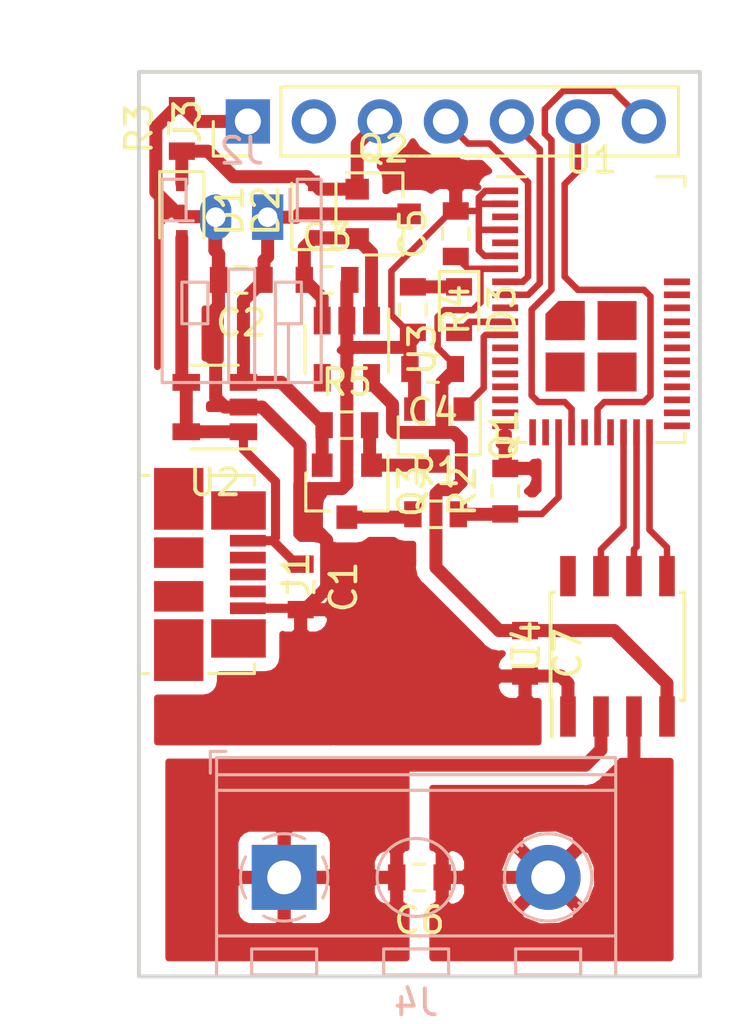
<source format=kicad_pcb>
(kicad_pcb (version 20171130) (host pcbnew 5.0.0-rc1-44a33f2~62~ubuntu16.04.1)

  (general
    (thickness 1.6)
    (drawings 4)
    (tracks 222)
    (zones 0)
    (modules 26)
    (nets 23)
  )

  (page A4)
  (layers
    (0 F.Cu signal)
    (31 B.Cu signal)
    (32 B.Adhes user hide)
    (33 F.Adhes user hide)
    (34 B.Paste user hide)
    (35 F.Paste user hide)
    (36 B.SilkS user hide)
    (37 F.SilkS user hide)
    (38 B.Mask user hide)
    (39 F.Mask user hide)
    (40 Dwgs.User user hide)
    (41 Cmts.User user hide)
    (42 Eco1.User user hide)
    (43 Eco2.User user hide)
    (44 Edge.Cuts user)
    (45 Margin user)
    (46 B.CrtYd user)
    (47 F.CrtYd user)
    (48 B.Fab user hide)
    (49 F.Fab user)
  )

  (setup
    (last_trace_width 0.5)
    (user_trace_width 0.35)
    (user_trace_width 0.5)
    (trace_clearance 0.2)
    (zone_clearance 0.508)
    (zone_45_only no)
    (trace_min 0.2)
    (segment_width 0.2)
    (edge_width 0.15)
    (via_size 0.6)
    (via_drill 0.4)
    (via_min_size 0.4)
    (via_min_drill 0.3)
    (uvia_size 0.3)
    (uvia_drill 0.1)
    (uvias_allowed no)
    (uvia_min_size 0.2)
    (uvia_min_drill 0.1)
    (pcb_text_width 0.3)
    (pcb_text_size 1.5 1.5)
    (mod_edge_width 0.15)
    (mod_text_size 1 1)
    (mod_text_width 0.15)
    (pad_size 1.5 1.5)
    (pad_drill 0.7)
    (pad_to_mask_clearance 0.2)
    (aux_axis_origin 0 0)
    (visible_elements FFFFFB3F)
    (pcbplotparams
      (layerselection 0x00030_80000001)
      (usegerberextensions false)
      (usegerberattributes false)
      (usegerberadvancedattributes false)
      (creategerberjobfile false)
      (excludeedgelayer true)
      (linewidth 0.100000)
      (plotframeref false)
      (viasonmask false)
      (mode 1)
      (useauxorigin false)
      (hpglpennumber 1)
      (hpglpenspeed 20)
      (hpglpendiameter 15)
      (psnegative false)
      (psa4output false)
      (plotreference true)
      (plotvalue true)
      (plotinvisibletext false)
      (padsonsilk false)
      (subtractmaskfromsilk false)
      (outputformat 1)
      (mirror false)
      (drillshape 1)
      (scaleselection 1)
      (outputdirectory ""))
  )

  (net 0 "")
  (net 1 "Net-(C1-Pad1)")
  (net 2 GND)
  (net 3 +BATT)
  (net 4 "Net-(C3-Pad1)")
  (net 5 VDD)
  (net 6 VBUS)
  (net 7 "Net-(J1-Pad6)")
  (net 8 "Net-(Q1-Pad3)")
  (net 9 /SWDIO/RESET)
  (net 10 /SWDCLK)
  (net 11 /GPIO0)
  (net 12 /GPIO1)
  (net 13 /BATT_V_EN)
  (net 14 /BATT_V)
  (net 15 "Net-(D3-Pad1)")
  (net 16 /LED_1)
  (net 17 "Net-(Q3-Pad3)")
  (net 18 "Net-(C6-Pad2)")
  (net 19 "Net-(C6-Pad1)")
  (net 20 /MISO)
  (net 21 /~SS)
  (net 22 /SCK)

  (net_class Default "This is the default net class."
    (clearance 0.2)
    (trace_width 0.25)
    (via_dia 0.6)
    (via_drill 0.4)
    (uvia_dia 0.3)
    (uvia_drill 0.1)
    (add_net +BATT)
    (add_net /BATT_V)
    (add_net /BATT_V_EN)
    (add_net /GPIO0)
    (add_net /GPIO1)
    (add_net /LED_1)
    (add_net /MISO)
    (add_net /SCK)
    (add_net /SWDCLK)
    (add_net /SWDIO/RESET)
    (add_net /~SS)
    (add_net GND)
    (add_net "Net-(C1-Pad1)")
    (add_net "Net-(C3-Pad1)")
    (add_net "Net-(C6-Pad1)")
    (add_net "Net-(C6-Pad2)")
    (add_net "Net-(D3-Pad1)")
    (add_net "Net-(J1-Pad6)")
    (add_net "Net-(Q1-Pad3)")
    (add_net "Net-(Q3-Pad3)")
    (add_net VBUS)
    (add_net VDD)
  )

  (module TerminalBlock_RND:TerminalBlock_RND_205-00241_1x02_P10.16mm_Horizontal (layer B.Cu) (tedit 5A081945) (tstamp 5ABDB35D)
    (at 147.193 118.872)
    (descr "terminal block RND 205-00241, 2 pins, pitch 10.16mm, size 15.24x8.3mm^2, drill diamater 1.3mm, pad diameter 2.5mm, see http://cdn-reichelt.de/documents/datenblatt/C151/RND_205-00023_DB_EN.pdf, script-generated using https://github.com/pointhi/kicad-footprint-generator/scripts/TerminalBlock_RND")
    (tags "THT terminal block RND 205-00241 pitch 10.16mm size 15.24x8.3mm^2 drill 1.3mm pad 2.5mm")
    (path /5AB22E29)
    (fp_text reference J4 (at 5.08 4.81) (layer B.SilkS)
      (effects (font (size 1 1) (thickness 0.15)) (justify mirror))
    )
    (fp_text value Conn_01x02 (at 5.08 -5.61) (layer B.Fab)
      (effects (font (size 1 1) (thickness 0.15)) (justify mirror))
    )
    (fp_arc (start 0 0) (end 0 -1.68) (angle 28) (layer B.SilkS) (width 0.12))
    (fp_arc (start 0 0) (end 1.484 -0.789) (angle 56) (layer B.SilkS) (width 0.12))
    (fp_arc (start 0 0) (end 0.789 1.484) (angle 56) (layer B.SilkS) (width 0.12))
    (fp_arc (start 0 0) (end -1.484 0.789) (angle 56) (layer B.SilkS) (width 0.12))
    (fp_arc (start 0 0) (end -0.789 -1.484) (angle 29) (layer B.SilkS) (width 0.12))
    (fp_circle (center 0 0) (end 1.5 0) (layer B.Fab) (width 0.1))
    (fp_circle (center 5.08 0) (end 6.58 0) (layer B.Fab) (width 0.1))
    (fp_circle (center 5.08 0) (end 6.58 0) (layer B.SilkS) (width 0.12))
    (fp_circle (center 10.16 0) (end 11.66 0) (layer B.Fab) (width 0.1))
    (fp_circle (center 10.16 0) (end 11.84 0) (layer B.SilkS) (width 0.12))
    (fp_line (start -2.54 3.75) (end 12.7 3.75) (layer B.Fab) (width 0.1))
    (fp_line (start 12.7 3.75) (end 12.7 -4.55) (layer B.Fab) (width 0.1))
    (fp_line (start 12.7 -4.55) (end -1.94 -4.55) (layer B.Fab) (width 0.1))
    (fp_line (start -1.94 -4.55) (end -2.54 -3.95) (layer B.Fab) (width 0.1))
    (fp_line (start -2.54 -3.95) (end -2.54 3.75) (layer B.Fab) (width 0.1))
    (fp_line (start -2.54 -3.95) (end 12.7 -3.95) (layer B.Fab) (width 0.1))
    (fp_line (start -2.6 -3.95) (end 12.76 -3.95) (layer B.SilkS) (width 0.12))
    (fp_line (start -2.54 -3.35) (end 12.7 -3.35) (layer B.Fab) (width 0.1))
    (fp_line (start -2.6 -3.35) (end 12.76 -3.35) (layer B.SilkS) (width 0.12))
    (fp_line (start -2.54 2.25) (end 12.7 2.25) (layer B.Fab) (width 0.1))
    (fp_line (start -2.6 2.251) (end 12.76 2.251) (layer B.SilkS) (width 0.12))
    (fp_line (start -2.6 3.811) (end 12.76 3.811) (layer B.SilkS) (width 0.12))
    (fp_line (start -2.6 -4.61) (end 12.76 -4.61) (layer B.SilkS) (width 0.12))
    (fp_line (start -2.6 3.811) (end -2.6 -4.61) (layer B.SilkS) (width 0.12))
    (fp_line (start 12.76 3.811) (end 12.76 -4.61) (layer B.SilkS) (width 0.12))
    (fp_line (start 1.138 0.955) (end -0.955 -1.138) (layer B.Fab) (width 0.1))
    (fp_line (start 0.955 1.138) (end -1.138 -0.955) (layer B.Fab) (width 0.1))
    (fp_line (start -1.25 3.75) (end -1.25 2.75) (layer B.Fab) (width 0.1))
    (fp_line (start -1.25 2.75) (end 1.25 2.75) (layer B.Fab) (width 0.1))
    (fp_line (start 1.25 2.75) (end 1.25 3.75) (layer B.Fab) (width 0.1))
    (fp_line (start 1.25 3.75) (end -1.25 3.75) (layer B.Fab) (width 0.1))
    (fp_line (start -1.25 3.751) (end 1.25 3.751) (layer B.SilkS) (width 0.12))
    (fp_line (start -1.25 2.751) (end 1.25 2.751) (layer B.SilkS) (width 0.12))
    (fp_line (start -1.25 3.751) (end -1.25 2.751) (layer B.SilkS) (width 0.12))
    (fp_line (start 1.25 3.751) (end 1.25 2.751) (layer B.SilkS) (width 0.12))
    (fp_line (start 3.83 3.75) (end 3.83 2.75) (layer B.Fab) (width 0.1))
    (fp_line (start 3.83 2.75) (end 6.33 2.75) (layer B.Fab) (width 0.1))
    (fp_line (start 6.33 2.75) (end 6.33 3.75) (layer B.Fab) (width 0.1))
    (fp_line (start 6.33 3.75) (end 3.83 3.75) (layer B.Fab) (width 0.1))
    (fp_line (start 3.83 3.751) (end 6.33 3.751) (layer B.SilkS) (width 0.12))
    (fp_line (start 3.83 2.751) (end 6.33 2.751) (layer B.SilkS) (width 0.12))
    (fp_line (start 3.83 3.751) (end 3.83 2.751) (layer B.SilkS) (width 0.12))
    (fp_line (start 6.33 3.751) (end 6.33 2.751) (layer B.SilkS) (width 0.12))
    (fp_line (start 11.298 0.955) (end 9.206 -1.138) (layer B.Fab) (width 0.1))
    (fp_line (start 11.115 1.138) (end 9.023 -0.955) (layer B.Fab) (width 0.1))
    (fp_line (start 11.435 1.069) (end 11.341 0.976) (layer B.SilkS) (width 0.12))
    (fp_line (start 9.15 -1.216) (end 9.091 -1.274) (layer B.SilkS) (width 0.12))
    (fp_line (start 11.23 1.275) (end 11.171 1.216) (layer B.SilkS) (width 0.12))
    (fp_line (start 8.98 -0.976) (end 8.886 -1.069) (layer B.SilkS) (width 0.12))
    (fp_line (start 8.91 3.75) (end 8.91 2.75) (layer B.Fab) (width 0.1))
    (fp_line (start 8.91 2.75) (end 11.41 2.75) (layer B.Fab) (width 0.1))
    (fp_line (start 11.41 2.75) (end 11.41 3.75) (layer B.Fab) (width 0.1))
    (fp_line (start 11.41 3.75) (end 8.91 3.75) (layer B.Fab) (width 0.1))
    (fp_line (start 8.91 3.751) (end 11.41 3.751) (layer B.SilkS) (width 0.12))
    (fp_line (start 8.91 2.751) (end 11.41 2.751) (layer B.SilkS) (width 0.12))
    (fp_line (start 8.91 3.751) (end 8.91 2.751) (layer B.SilkS) (width 0.12))
    (fp_line (start 11.41 3.751) (end 11.41 2.751) (layer B.SilkS) (width 0.12))
    (fp_line (start -2.84 -4.01) (end -2.84 -4.85) (layer B.SilkS) (width 0.12))
    (fp_line (start -2.84 -4.85) (end -2.24 -4.85) (layer B.SilkS) (width 0.12))
    (fp_line (start -3.05 4.3) (end -3.05 -5.05) (layer B.CrtYd) (width 0.05))
    (fp_line (start -3.05 -5.05) (end 13.25 -5.05) (layer B.CrtYd) (width 0.05))
    (fp_line (start 13.25 -5.05) (end 13.25 4.3) (layer B.CrtYd) (width 0.05))
    (fp_line (start 13.25 4.3) (end -3.05 4.3) (layer B.CrtYd) (width 0.05))
    (fp_text user %R (at 5.08 4.81) (layer B.Fab)
      (effects (font (size 1 1) (thickness 0.15)) (justify mirror))
    )
    (pad 1 thru_hole rect (at 0 0) (size 2.5 2.5) (drill 1.3) (layers *.Cu *.Mask)
      (net 18 "Net-(C6-Pad2)"))
    (pad 2 thru_hole circle (at 10.16 0) (size 2.5 2.5) (drill 1.3) (layers *.Cu *.Mask)
      (net 19 "Net-(C6-Pad1)"))
    (model ${KISYS3DMOD}/TerminalBlock_RND.3dshapes/TerminalBlock_RND_205-00241_1x02_P10.16mm_Horizontal.wrl
      (at (xyz 0 0 0))
      (scale (xyz 1 1 1))
      (rotate (xyz 0 0 0))
    )
  )

  (module Capacitor_SMD:C_0603_1608Metric (layer F.Cu) (tedit 59FE48B8) (tstamp 5A93F54E)
    (at 145.542 95.885 180)
    (descr "Capacitor SMD 0603 (1608 Metric), square (rectangular) end terminal, IPC_7351 nominal, (Body size source: http://www.tortai-tech.com/upload/download/2011102023233369053.pdf), generated with kicad-footprint-generator")
    (tags capacitor)
    (path /5A93E912/59568C39)
    (attr smd)
    (fp_text reference C2 (at 0 -1.65 180) (layer F.SilkS)
      (effects (font (size 1 1) (thickness 0.15)))
    )
    (fp_text value 4.7u (at 0 1.65 180) (layer F.Fab)
      (effects (font (size 1 1) (thickness 0.15)))
    )
    (fp_line (start -0.8 0.4) (end -0.8 -0.4) (layer F.Fab) (width 0.1))
    (fp_line (start -0.8 -0.4) (end 0.8 -0.4) (layer F.Fab) (width 0.1))
    (fp_line (start 0.8 -0.4) (end 0.8 0.4) (layer F.Fab) (width 0.1))
    (fp_line (start 0.8 0.4) (end -0.8 0.4) (layer F.Fab) (width 0.1))
    (fp_line (start -0.22 -0.51) (end 0.22 -0.51) (layer F.SilkS) (width 0.12))
    (fp_line (start -0.22 0.51) (end 0.22 0.51) (layer F.SilkS) (width 0.12))
    (fp_line (start -1.46 0.75) (end -1.46 -0.75) (layer F.CrtYd) (width 0.05))
    (fp_line (start -1.46 -0.75) (end 1.46 -0.75) (layer F.CrtYd) (width 0.05))
    (fp_line (start 1.46 -0.75) (end 1.46 0.75) (layer F.CrtYd) (width 0.05))
    (fp_line (start 1.46 0.75) (end -1.46 0.75) (layer F.CrtYd) (width 0.05))
    (fp_text user %R (at 0 0 180) (layer F.Fab)
      (effects (font (size 0.5 0.5) (thickness 0.08)))
    )
    (pad 1 smd rect (at -0.875 0 180) (size 0.67 1) (layers F.Cu F.Paste F.Mask)
      (net 3 +BATT))
    (pad 2 smd rect (at 0.875 0 180) (size 0.67 1) (layers F.Cu F.Paste F.Mask)
      (net 2 GND))
    (model ${KISYS3DMOD}/Capacitor_SMD.3dshapes/C_0603_1608Metric.wrl
      (at (xyz 0 0 0))
      (scale (xyz 1 1 1))
      (rotate (xyz 0 0 0))
    )
  )

  (module Resistor_SMD:R_0603_1608Metric (layer F.Cu) (tedit 59FE48B8) (tstamp 5AB09739)
    (at 143.256 90.057 90)
    (descr "Resistor SMD 0603 (1608 Metric), square (rectangular) end terminal, IPC_7351 nominal, (Body size source: http://www.tortai-tech.com/upload/download/2011102023233369053.pdf), generated with kicad-footprint-generator")
    (tags resistor)
    (path /5A93E912/59D3911A)
    (attr smd)
    (fp_text reference R3 (at 0 -1.65 90) (layer F.SilkS)
      (effects (font (size 1 1) (thickness 0.15)))
    )
    (fp_text value 10k (at 0 1.65 90) (layer F.Fab)
      (effects (font (size 1 1) (thickness 0.15)))
    )
    (fp_line (start -0.8 0.4) (end -0.8 -0.4) (layer F.Fab) (width 0.1))
    (fp_line (start -0.8 -0.4) (end 0.8 -0.4) (layer F.Fab) (width 0.1))
    (fp_line (start 0.8 -0.4) (end 0.8 0.4) (layer F.Fab) (width 0.1))
    (fp_line (start 0.8 0.4) (end -0.8 0.4) (layer F.Fab) (width 0.1))
    (fp_line (start -0.22 -0.51) (end 0.22 -0.51) (layer F.SilkS) (width 0.12))
    (fp_line (start -0.22 0.51) (end 0.22 0.51) (layer F.SilkS) (width 0.12))
    (fp_line (start -1.46 0.75) (end -1.46 -0.75) (layer F.CrtYd) (width 0.05))
    (fp_line (start -1.46 -0.75) (end 1.46 -0.75) (layer F.CrtYd) (width 0.05))
    (fp_line (start 1.46 -0.75) (end 1.46 0.75) (layer F.CrtYd) (width 0.05))
    (fp_line (start 1.46 0.75) (end -1.46 0.75) (layer F.CrtYd) (width 0.05))
    (fp_text user %R (at 0 0 90) (layer F.Fab)
      (effects (font (size 0.5 0.5) (thickness 0.08)))
    )
    (pad 1 smd rect (at -0.875 0 90) (size 0.67 1) (layers F.Cu F.Paste F.Mask)
      (net 6 VBUS))
    (pad 2 smd rect (at 0.875 0 90) (size 0.67 1) (layers F.Cu F.Paste F.Mask)
      (net 2 GND))
    (model ${KISYS3DMOD}/Resistor_SMD.3dshapes/R_0603_1608Metric.wrl
      (at (xyz 0 0 0))
      (scale (xyz 1 1 1))
      (rotate (xyz 0 0 0))
    )
  )

  (module Package_TO_SOT_SMD:SOT-23-5 (layer F.Cu) (tedit 5A02FF57) (tstamp 5A93F5E1)
    (at 149.606 98.552 270)
    (descr "5-pin SOT23 package")
    (tags SOT-23-5)
    (path /5A93E912/59D37BBB)
    (attr smd)
    (fp_text reference U3 (at 0 -2.9 270) (layer F.SilkS)
      (effects (font (size 1 1) (thickness 0.15)))
    )
    (fp_text value TLV74130 (at 0 2.9 270) (layer F.Fab)
      (effects (font (size 1 1) (thickness 0.15)))
    )
    (fp_text user %R (at 0 0) (layer F.Fab)
      (effects (font (size 0.5 0.5) (thickness 0.075)))
    )
    (fp_line (start -0.9 1.61) (end 0.9 1.61) (layer F.SilkS) (width 0.12))
    (fp_line (start 0.9 -1.61) (end -1.55 -1.61) (layer F.SilkS) (width 0.12))
    (fp_line (start -1.9 -1.8) (end 1.9 -1.8) (layer F.CrtYd) (width 0.05))
    (fp_line (start 1.9 -1.8) (end 1.9 1.8) (layer F.CrtYd) (width 0.05))
    (fp_line (start 1.9 1.8) (end -1.9 1.8) (layer F.CrtYd) (width 0.05))
    (fp_line (start -1.9 1.8) (end -1.9 -1.8) (layer F.CrtYd) (width 0.05))
    (fp_line (start -0.9 -0.9) (end -0.25 -1.55) (layer F.Fab) (width 0.1))
    (fp_line (start 0.9 -1.55) (end -0.25 -1.55) (layer F.Fab) (width 0.1))
    (fp_line (start -0.9 -0.9) (end -0.9 1.55) (layer F.Fab) (width 0.1))
    (fp_line (start 0.9 1.55) (end -0.9 1.55) (layer F.Fab) (width 0.1))
    (fp_line (start 0.9 -1.55) (end 0.9 1.55) (layer F.Fab) (width 0.1))
    (pad 1 smd rect (at -1.1 -0.95 270) (size 1.06 0.65) (layers F.Cu F.Paste F.Mask)
      (net 4 "Net-(C3-Pad1)"))
    (pad 2 smd rect (at -1.1 0 270) (size 1.06 0.65) (layers F.Cu F.Paste F.Mask)
      (net 2 GND))
    (pad 3 smd rect (at -1.1 0.95 270) (size 1.06 0.65) (layers F.Cu F.Paste F.Mask)
      (net 4 "Net-(C3-Pad1)"))
    (pad 4 smd rect (at 1.1 0.95 270) (size 1.06 0.65) (layers F.Cu F.Paste F.Mask))
    (pad 5 smd rect (at 1.1 -0.95 270) (size 1.06 0.65) (layers F.Cu F.Paste F.Mask)
      (net 5 VDD))
    (model ${KISYS3DMOD}/Package_TO_SOT_SMD.3dshapes/SOT-23-5.wrl
      (at (xyz 0 0 0))
      (scale (xyz 1 1 1))
      (rotate (xyz 0 0 0))
    )
  )

  (module Package_TO_SOT_SMD:SOT-23 (layer F.Cu) (tedit 5A02FF57) (tstamp 5A93F582)
    (at 153.162 101.854 270)
    (descr "SOT-23, Standard")
    (tags SOT-23)
    (path /5A93E912/59E4A7A6)
    (attr smd)
    (fp_text reference Q1 (at 0 -2.5 270) (layer F.SilkS)
      (effects (font (size 1 1) (thickness 0.15)))
    )
    (fp_text value Q_NMOS_GSD (at 0 2.5 270) (layer F.Fab)
      (effects (font (size 1 1) (thickness 0.15)))
    )
    (fp_text user %R (at 0 0) (layer F.Fab)
      (effects (font (size 0.5 0.5) (thickness 0.075)))
    )
    (fp_line (start -0.7 -0.95) (end -0.7 1.5) (layer F.Fab) (width 0.1))
    (fp_line (start -0.15 -1.52) (end 0.7 -1.52) (layer F.Fab) (width 0.1))
    (fp_line (start -0.7 -0.95) (end -0.15 -1.52) (layer F.Fab) (width 0.1))
    (fp_line (start 0.7 -1.52) (end 0.7 1.52) (layer F.Fab) (width 0.1))
    (fp_line (start -0.7 1.52) (end 0.7 1.52) (layer F.Fab) (width 0.1))
    (fp_line (start 0.76 1.58) (end 0.76 0.65) (layer F.SilkS) (width 0.12))
    (fp_line (start 0.76 -1.58) (end 0.76 -0.65) (layer F.SilkS) (width 0.12))
    (fp_line (start -1.7 -1.75) (end 1.7 -1.75) (layer F.CrtYd) (width 0.05))
    (fp_line (start 1.7 -1.75) (end 1.7 1.75) (layer F.CrtYd) (width 0.05))
    (fp_line (start 1.7 1.75) (end -1.7 1.75) (layer F.CrtYd) (width 0.05))
    (fp_line (start -1.7 1.75) (end -1.7 -1.75) (layer F.CrtYd) (width 0.05))
    (fp_line (start 0.76 -1.58) (end -1.4 -1.58) (layer F.SilkS) (width 0.12))
    (fp_line (start 0.76 1.58) (end -0.7 1.58) (layer F.SilkS) (width 0.12))
    (pad 1 smd rect (at -1 -0.95 270) (size 0.9 0.8) (layers F.Cu F.Paste F.Mask)
      (net 13 /BATT_V_EN))
    (pad 2 smd rect (at -1 0.95 270) (size 0.9 0.8) (layers F.Cu F.Paste F.Mask)
      (net 2 GND))
    (pad 3 smd rect (at 1 0 270) (size 0.9 0.8) (layers F.Cu F.Paste F.Mask)
      (net 8 "Net-(Q1-Pad3)"))
    (model ${KISYS3DMOD}/Package_TO_SOT_SMD.3dshapes/SOT-23.wrl
      (at (xyz 0 0 0))
      (scale (xyz 1 1 1))
      (rotate (xyz 0 0 0))
    )
  )

  (module Connector_PinHeader_2.54mm:PinHeader_1x07_P2.54mm_Vertical (layer F.Cu) (tedit 59FED5CC) (tstamp 5A9404D2)
    (at 145.796 89.789 90)
    (descr "Through hole straight pin header, 1x07, 2.54mm pitch, single row")
    (tags "Through hole pin header THT 1x07 2.54mm single row")
    (path /5A940680)
    (fp_text reference J3 (at 0 -2.33 90) (layer F.SilkS)
      (effects (font (size 1 1) (thickness 0.15)))
    )
    (fp_text value Conn_01x07 (at 0 17.57 90) (layer F.Fab)
      (effects (font (size 1 1) (thickness 0.15)))
    )
    (fp_line (start -0.635 -1.27) (end 1.27 -1.27) (layer F.Fab) (width 0.1))
    (fp_line (start 1.27 -1.27) (end 1.27 16.51) (layer F.Fab) (width 0.1))
    (fp_line (start 1.27 16.51) (end -1.27 16.51) (layer F.Fab) (width 0.1))
    (fp_line (start -1.27 16.51) (end -1.27 -0.635) (layer F.Fab) (width 0.1))
    (fp_line (start -1.27 -0.635) (end -0.635 -1.27) (layer F.Fab) (width 0.1))
    (fp_line (start -1.33 16.57) (end 1.33 16.57) (layer F.SilkS) (width 0.12))
    (fp_line (start -1.33 1.27) (end -1.33 16.57) (layer F.SilkS) (width 0.12))
    (fp_line (start 1.33 1.27) (end 1.33 16.57) (layer F.SilkS) (width 0.12))
    (fp_line (start -1.33 1.27) (end 1.33 1.27) (layer F.SilkS) (width 0.12))
    (fp_line (start -1.33 0) (end -1.33 -1.33) (layer F.SilkS) (width 0.12))
    (fp_line (start -1.33 -1.33) (end 0 -1.33) (layer F.SilkS) (width 0.12))
    (fp_line (start -1.8 -1.8) (end -1.8 17.05) (layer F.CrtYd) (width 0.05))
    (fp_line (start -1.8 17.05) (end 1.8 17.05) (layer F.CrtYd) (width 0.05))
    (fp_line (start 1.8 17.05) (end 1.8 -1.8) (layer F.CrtYd) (width 0.05))
    (fp_line (start 1.8 -1.8) (end -1.8 -1.8) (layer F.CrtYd) (width 0.05))
    (fp_text user %R (at 0 7.62 180) (layer F.Fab)
      (effects (font (size 1 1) (thickness 0.15)))
    )
    (pad 1 thru_hole rect (at 0 0 90) (size 1.7 1.7) (drill 1) (layers *.Cu *.Mask)
      (net 2 GND))
    (pad 2 thru_hole oval (at 0 2.54 90) (size 1.7 1.7) (drill 1) (layers *.Cu *.Mask))
    (pad 3 thru_hole oval (at 0 5.08 90) (size 1.7 1.7) (drill 1) (layers *.Cu *.Mask)
      (net 6 VBUS))
    (pad 4 thru_hole oval (at 0 7.62 90) (size 1.7 1.7) (drill 1) (layers *.Cu *.Mask)
      (net 9 /SWDIO/RESET))
    (pad 5 thru_hole oval (at 0 10.16 90) (size 1.7 1.7) (drill 1) (layers *.Cu *.Mask)
      (net 10 /SWDCLK))
    (pad 6 thru_hole oval (at 0 12.7 90) (size 1.7 1.7) (drill 1) (layers *.Cu *.Mask)
      (net 11 /GPIO0))
    (pad 7 thru_hole oval (at 0 15.24 90) (size 1.7 1.7) (drill 1) (layers *.Cu *.Mask)
      (net 12 /GPIO1))
    (model ${KISYS3DMOD}/Connector_PinHeader_2.54mm.3dshapes/PinHeader_1x07_P2.54mm_Vertical.wrl
      (at (xyz 0 0 0))
      (scale (xyz 1 1 1))
      (rotate (xyz 0 0 0))
    )
  )

  (module Capacitor_SMD:C_0603_1608Metric (layer F.Cu) (tedit 59FE48B8) (tstamp 5A93F55A)
    (at 152.908 99.314 180)
    (descr "Capacitor SMD 0603 (1608 Metric), square (rectangular) end terminal, IPC_7351 nominal, (Body size source: http://www.tortai-tech.com/upload/download/2011102023233369053.pdf), generated with kicad-footprint-generator")
    (tags capacitor)
    (path /5A93E912/59568C2B)
    (attr smd)
    (fp_text reference C4 (at 0 -1.65 180) (layer F.SilkS)
      (effects (font (size 1 1) (thickness 0.15)))
    )
    (fp_text value 1u (at 0 1.65 180) (layer F.Fab)
      (effects (font (size 1 1) (thickness 0.15)))
    )
    (fp_line (start -0.8 0.4) (end -0.8 -0.4) (layer F.Fab) (width 0.1))
    (fp_line (start -0.8 -0.4) (end 0.8 -0.4) (layer F.Fab) (width 0.1))
    (fp_line (start 0.8 -0.4) (end 0.8 0.4) (layer F.Fab) (width 0.1))
    (fp_line (start 0.8 0.4) (end -0.8 0.4) (layer F.Fab) (width 0.1))
    (fp_line (start -0.22 -0.51) (end 0.22 -0.51) (layer F.SilkS) (width 0.12))
    (fp_line (start -0.22 0.51) (end 0.22 0.51) (layer F.SilkS) (width 0.12))
    (fp_line (start -1.46 0.75) (end -1.46 -0.75) (layer F.CrtYd) (width 0.05))
    (fp_line (start -1.46 -0.75) (end 1.46 -0.75) (layer F.CrtYd) (width 0.05))
    (fp_line (start 1.46 -0.75) (end 1.46 0.75) (layer F.CrtYd) (width 0.05))
    (fp_line (start 1.46 0.75) (end -1.46 0.75) (layer F.CrtYd) (width 0.05))
    (fp_text user %R (at 0 0 180) (layer F.Fab)
      (effects (font (size 0.5 0.5) (thickness 0.08)))
    )
    (pad 1 smd rect (at -0.875 0 180) (size 0.67 1) (layers F.Cu F.Paste F.Mask)
      (net 5 VDD))
    (pad 2 smd rect (at 0.875 0 180) (size 0.67 1) (layers F.Cu F.Paste F.Mask)
      (net 2 GND))
    (model ${KISYS3DMOD}/Capacitor_SMD.3dshapes/C_0603_1608Metric.wrl
      (at (xyz 0 0 0))
      (scale (xyz 1 1 1))
      (rotate (xyz 0 0 0))
    )
  )

  (module Capacitor_SMD:C_0603_1608Metric (layer F.Cu) (tedit 59FE48B8) (tstamp 5A93F548)
    (at 147.828 107.696 270)
    (descr "Capacitor SMD 0603 (1608 Metric), square (rectangular) end terminal, IPC_7351 nominal, (Body size source: http://www.tortai-tech.com/upload/download/2011102023233369053.pdf), generated with kicad-footprint-generator")
    (tags capacitor)
    (path /5A93E912/59D379CA)
    (attr smd)
    (fp_text reference C1 (at 0 -1.65 270) (layer F.SilkS)
      (effects (font (size 1 1) (thickness 0.15)))
    )
    (fp_text value 4.7u (at 0 1.65 270) (layer F.Fab)
      (effects (font (size 1 1) (thickness 0.15)))
    )
    (fp_line (start -0.8 0.4) (end -0.8 -0.4) (layer F.Fab) (width 0.1))
    (fp_line (start -0.8 -0.4) (end 0.8 -0.4) (layer F.Fab) (width 0.1))
    (fp_line (start 0.8 -0.4) (end 0.8 0.4) (layer F.Fab) (width 0.1))
    (fp_line (start 0.8 0.4) (end -0.8 0.4) (layer F.Fab) (width 0.1))
    (fp_line (start -0.22 -0.51) (end 0.22 -0.51) (layer F.SilkS) (width 0.12))
    (fp_line (start -0.22 0.51) (end 0.22 0.51) (layer F.SilkS) (width 0.12))
    (fp_line (start -1.46 0.75) (end -1.46 -0.75) (layer F.CrtYd) (width 0.05))
    (fp_line (start -1.46 -0.75) (end 1.46 -0.75) (layer F.CrtYd) (width 0.05))
    (fp_line (start 1.46 -0.75) (end 1.46 0.75) (layer F.CrtYd) (width 0.05))
    (fp_line (start 1.46 0.75) (end -1.46 0.75) (layer F.CrtYd) (width 0.05))
    (fp_text user %R (at 0 0 270) (layer F.Fab)
      (effects (font (size 0.5 0.5) (thickness 0.08)))
    )
    (pad 1 smd rect (at -0.875 0 270) (size 0.67 1) (layers F.Cu F.Paste F.Mask)
      (net 1 "Net-(C1-Pad1)"))
    (pad 2 smd rect (at 0.875 0 270) (size 0.67 1) (layers F.Cu F.Paste F.Mask)
      (net 2 GND))
    (model ${KISYS3DMOD}/Capacitor_SMD.3dshapes/C_0603_1608Metric.wrl
      (at (xyz 0 0 0))
      (scale (xyz 1 1 1))
      (rotate (xyz 0 0 0))
    )
  )

  (module Capacitor_SMD:C_0603_1608Metric (layer F.Cu) (tedit 59FE48B8) (tstamp 5A93F554)
    (at 148.844 95.885)
    (descr "Capacitor SMD 0603 (1608 Metric), square (rectangular) end terminal, IPC_7351 nominal, (Body size source: http://www.tortai-tech.com/upload/download/2011102023233369053.pdf), generated with kicad-footprint-generator")
    (tags capacitor)
    (path /5A93E912/59568C2A)
    (attr smd)
    (fp_text reference C3 (at 0 -1.65) (layer F.SilkS)
      (effects (font (size 1 1) (thickness 0.15)))
    )
    (fp_text value 1u (at 0 1.65) (layer F.Fab)
      (effects (font (size 1 1) (thickness 0.15)))
    )
    (fp_line (start -0.8 0.4) (end -0.8 -0.4) (layer F.Fab) (width 0.1))
    (fp_line (start -0.8 -0.4) (end 0.8 -0.4) (layer F.Fab) (width 0.1))
    (fp_line (start 0.8 -0.4) (end 0.8 0.4) (layer F.Fab) (width 0.1))
    (fp_line (start 0.8 0.4) (end -0.8 0.4) (layer F.Fab) (width 0.1))
    (fp_line (start -0.22 -0.51) (end 0.22 -0.51) (layer F.SilkS) (width 0.12))
    (fp_line (start -0.22 0.51) (end 0.22 0.51) (layer F.SilkS) (width 0.12))
    (fp_line (start -1.46 0.75) (end -1.46 -0.75) (layer F.CrtYd) (width 0.05))
    (fp_line (start -1.46 -0.75) (end 1.46 -0.75) (layer F.CrtYd) (width 0.05))
    (fp_line (start 1.46 -0.75) (end 1.46 0.75) (layer F.CrtYd) (width 0.05))
    (fp_line (start 1.46 0.75) (end -1.46 0.75) (layer F.CrtYd) (width 0.05))
    (fp_text user %R (at 0 0) (layer F.Fab)
      (effects (font (size 0.5 0.5) (thickness 0.08)))
    )
    (pad 1 smd rect (at -0.875 0) (size 0.67 1) (layers F.Cu F.Paste F.Mask)
      (net 4 "Net-(C3-Pad1)"))
    (pad 2 smd rect (at 0.875 0) (size 0.67 1) (layers F.Cu F.Paste F.Mask)
      (net 2 GND))
    (model ${KISYS3DMOD}/Capacitor_SMD.3dshapes/C_0603_1608Metric.wrl
      (at (xyz 0 0 0))
      (scale (xyz 1 1 1))
      (rotate (xyz 0 0 0))
    )
  )

  (module Diode_SMD:D_SOD-323 (layer F.Cu) (tedit 58641739) (tstamp 5A93F560)
    (at 143.256 93.218 270)
    (descr SOD-323)
    (tags SOD-323)
    (path /5A93E912/5A8FF863)
    (attr smd)
    (fp_text reference D1 (at 0 -1.85 270) (layer F.SilkS)
      (effects (font (size 1 1) (thickness 0.15)))
    )
    (fp_text value BAT20J (at 0.1 1.9 270) (layer F.Fab)
      (effects (font (size 1 1) (thickness 0.15)))
    )
    (fp_text user %R (at 0 -1.85 270) (layer F.Fab)
      (effects (font (size 1 1) (thickness 0.15)))
    )
    (fp_line (start -1.5 -0.85) (end -1.5 0.85) (layer F.SilkS) (width 0.12))
    (fp_line (start 0.2 0) (end 0.45 0) (layer F.Fab) (width 0.1))
    (fp_line (start 0.2 0.35) (end -0.3 0) (layer F.Fab) (width 0.1))
    (fp_line (start 0.2 -0.35) (end 0.2 0.35) (layer F.Fab) (width 0.1))
    (fp_line (start -0.3 0) (end 0.2 -0.35) (layer F.Fab) (width 0.1))
    (fp_line (start -0.3 0) (end -0.5 0) (layer F.Fab) (width 0.1))
    (fp_line (start -0.3 -0.35) (end -0.3 0.35) (layer F.Fab) (width 0.1))
    (fp_line (start -0.9 0.7) (end -0.9 -0.7) (layer F.Fab) (width 0.1))
    (fp_line (start 0.9 0.7) (end -0.9 0.7) (layer F.Fab) (width 0.1))
    (fp_line (start 0.9 -0.7) (end 0.9 0.7) (layer F.Fab) (width 0.1))
    (fp_line (start -0.9 -0.7) (end 0.9 -0.7) (layer F.Fab) (width 0.1))
    (fp_line (start -1.6 -0.95) (end 1.6 -0.95) (layer F.CrtYd) (width 0.05))
    (fp_line (start 1.6 -0.95) (end 1.6 0.95) (layer F.CrtYd) (width 0.05))
    (fp_line (start -1.6 0.95) (end 1.6 0.95) (layer F.CrtYd) (width 0.05))
    (fp_line (start -1.6 -0.95) (end -1.6 0.95) (layer F.CrtYd) (width 0.05))
    (fp_line (start -1.5 0.85) (end 1.05 0.85) (layer F.SilkS) (width 0.12))
    (fp_line (start -1.5 -0.85) (end 1.05 -0.85) (layer F.SilkS) (width 0.12))
    (pad 1 smd rect (at -1.05 0 270) (size 0.6 0.45) (layers F.Cu F.Paste F.Mask)
      (net 6 VBUS))
    (pad 2 smd rect (at 1.05 0 270) (size 0.6 0.45) (layers F.Cu F.Paste F.Mask)
      (net 1 "Net-(C1-Pad1)"))
    (model ${KISYS3DMOD}/Diode_SMD.3dshapes/D_SOD-323.wrl
      (at (xyz 0 0 0))
      (scale (xyz 1 1 1))
      (rotate (xyz 0 0 0))
    )
  )

  (module Diode_SMD:D_SOD-323 (layer F.Cu) (tedit 58641739) (tstamp 5A93F566)
    (at 148.336 93.218 90)
    (descr SOD-323)
    (tags SOD-323)
    (path /5A93E912/59D3921A)
    (attr smd)
    (fp_text reference D2 (at 0 -1.85 90) (layer F.SilkS)
      (effects (font (size 1 1) (thickness 0.15)))
    )
    (fp_text value BAT20J (at 0.1 1.9 90) (layer F.Fab)
      (effects (font (size 1 1) (thickness 0.15)))
    )
    (fp_text user %R (at 0 -1.85 90) (layer F.Fab)
      (effects (font (size 1 1) (thickness 0.15)))
    )
    (fp_line (start -1.5 -0.85) (end -1.5 0.85) (layer F.SilkS) (width 0.12))
    (fp_line (start 0.2 0) (end 0.45 0) (layer F.Fab) (width 0.1))
    (fp_line (start 0.2 0.35) (end -0.3 0) (layer F.Fab) (width 0.1))
    (fp_line (start 0.2 -0.35) (end 0.2 0.35) (layer F.Fab) (width 0.1))
    (fp_line (start -0.3 0) (end 0.2 -0.35) (layer F.Fab) (width 0.1))
    (fp_line (start -0.3 0) (end -0.5 0) (layer F.Fab) (width 0.1))
    (fp_line (start -0.3 -0.35) (end -0.3 0.35) (layer F.Fab) (width 0.1))
    (fp_line (start -0.9 0.7) (end -0.9 -0.7) (layer F.Fab) (width 0.1))
    (fp_line (start 0.9 0.7) (end -0.9 0.7) (layer F.Fab) (width 0.1))
    (fp_line (start 0.9 -0.7) (end 0.9 0.7) (layer F.Fab) (width 0.1))
    (fp_line (start -0.9 -0.7) (end 0.9 -0.7) (layer F.Fab) (width 0.1))
    (fp_line (start -1.6 -0.95) (end 1.6 -0.95) (layer F.CrtYd) (width 0.05))
    (fp_line (start 1.6 -0.95) (end 1.6 0.95) (layer F.CrtYd) (width 0.05))
    (fp_line (start -1.6 0.95) (end 1.6 0.95) (layer F.CrtYd) (width 0.05))
    (fp_line (start -1.6 -0.95) (end -1.6 0.95) (layer F.CrtYd) (width 0.05))
    (fp_line (start -1.5 0.85) (end 1.05 0.85) (layer F.SilkS) (width 0.12))
    (fp_line (start -1.5 -0.85) (end 1.05 -0.85) (layer F.SilkS) (width 0.12))
    (pad 1 smd rect (at -1.05 0 90) (size 0.6 0.45) (layers F.Cu F.Paste F.Mask)
      (net 4 "Net-(C3-Pad1)"))
    (pad 2 smd rect (at 1.05 0 90) (size 0.6 0.45) (layers F.Cu F.Paste F.Mask)
      (net 6 VBUS))
    (model ${KISYS3DMOD}/Diode_SMD.3dshapes/D_SOD-323.wrl
      (at (xyz 0 0 0))
      (scale (xyz 1 1 1))
      (rotate (xyz 0 0 0))
    )
  )

  (module Connector_USB:USB_Micro-B_Molex_47346-0001 (layer F.Cu) (tedit 5A1DC0BD) (tstamp 5A93F575)
    (at 144.336 107.218 270)
    (descr "Micro USB B receptable with flange, bottom-mount, SMD, right-angle (http://www.molex.com/pdm_docs/sd/473460001_sd.pdf)")
    (tags "Micro B USB SMD")
    (path /5A93E912/5A93F156)
    (attr smd)
    (fp_text reference J1 (at 0 -3.3 90) (layer F.SilkS)
      (effects (font (size 1 1) (thickness 0.15)))
    )
    (fp_text value USB_B_Micro (at 0 4.6 90) (layer F.Fab)
      (effects (font (size 1 1) (thickness 0.15)))
    )
    (fp_text user "PCB Edge" (at 0 2.67 90) (layer Dwgs.User)
      (effects (font (size 0.4 0.4) (thickness 0.04)))
    )
    (fp_text user %R (at 0 1.2 270) (layer F.Fab)
      (effects (font (size 1 1) (thickness 0.15)))
    )
    (fp_line (start 3.81 -1.71) (end 3.43 -1.71) (layer F.SilkS) (width 0.12))
    (fp_line (start 4.6 3.9) (end -4.6 3.9) (layer F.CrtYd) (width 0.05))
    (fp_line (start 4.6 -2.7) (end 4.6 3.9) (layer F.CrtYd) (width 0.05))
    (fp_line (start -4.6 -2.7) (end 4.6 -2.7) (layer F.CrtYd) (width 0.05))
    (fp_line (start -4.6 3.9) (end -4.6 -2.7) (layer F.CrtYd) (width 0.05))
    (fp_line (start 3.75 3.35) (end -3.75 3.35) (layer F.Fab) (width 0.1))
    (fp_line (start 3.75 -1.65) (end 3.75 3.35) (layer F.Fab) (width 0.1))
    (fp_line (start -3.75 -1.65) (end 3.75 -1.65) (layer F.Fab) (width 0.1))
    (fp_line (start -3.75 3.35) (end -3.75 -1.65) (layer F.Fab) (width 0.1))
    (fp_line (start 3.81 2.34) (end 3.81 2.6) (layer F.SilkS) (width 0.12))
    (fp_line (start 3.81 -1.71) (end 3.81 0.06) (layer F.SilkS) (width 0.12))
    (fp_line (start -3.81 -1.71) (end -3.43 -1.71) (layer F.SilkS) (width 0.12))
    (fp_line (start -3.81 0.06) (end -3.81 -1.71) (layer F.SilkS) (width 0.12))
    (fp_line (start -3.81 2.6) (end -3.81 2.34) (layer F.SilkS) (width 0.12))
    (fp_line (start -3.25 2.65) (end 3.25 2.65) (layer F.Fab) (width 0.1))
    (pad 1 smd rect (at -1.3 -1.46 270) (size 0.45 1.38) (layers F.Cu F.Paste F.Mask)
      (net 1 "Net-(C1-Pad1)"))
    (pad 2 smd rect (at -0.65 -1.46 270) (size 0.45 1.38) (layers F.Cu F.Paste F.Mask))
    (pad 3 smd rect (at 0 -1.46 270) (size 0.45 1.38) (layers F.Cu F.Paste F.Mask))
    (pad 4 smd rect (at 0.65 -1.46 270) (size 0.45 1.38) (layers F.Cu F.Paste F.Mask))
    (pad 5 smd rect (at 1.3 -1.46 270) (size 0.45 1.38) (layers F.Cu F.Paste F.Mask)
      (net 2 GND))
    (pad 6 smd rect (at -2.4625 -1.1 270) (size 1.475 2.1) (layers F.Cu F.Paste F.Mask)
      (net 7 "Net-(J1-Pad6)"))
    (pad 6 smd rect (at 2.4625 -1.1 270) (size 1.475 2.1) (layers F.Cu F.Paste F.Mask)
      (net 7 "Net-(J1-Pad6)"))
    (pad 6 smd rect (at -2.91 1.2 270) (size 2.375 1.9) (layers F.Cu F.Paste F.Mask)
      (net 7 "Net-(J1-Pad6)"))
    (pad 6 smd rect (at 2.91 1.2 270) (size 2.375 1.9) (layers F.Cu F.Paste F.Mask)
      (net 7 "Net-(J1-Pad6)"))
    (pad 6 smd rect (at -0.84 1.2 270) (size 1.175 1.9) (layers F.Cu F.Paste F.Mask)
      (net 7 "Net-(J1-Pad6)"))
    (pad 6 smd rect (at 0.84 1.2 270) (size 1.175 1.9) (layers F.Cu F.Paste F.Mask)
      (net 7 "Net-(J1-Pad6)"))
    (model ${KISYS3DMOD}/Connector_USB.3dshapes/USB_Micro-B_Molex_47346-0001.wrl
      (at (xyz 0 0 0))
      (scale (xyz 1 1 1))
      (rotate (xyz 0 0 0))
    )
  )

  (module Connector_JST:JST_PH_S2B-PH-K_1x02_P2.00mm_Horizontal (layer B.Cu) (tedit 5A0EDEC2) (tstamp 5AB08305)
    (at 146.558 93.472 180)
    (descr "JST PH series connector, S2B-PH-K (http://www.jst-mfg.com/product/pdf/eng/ePH.pdf), generated with kicad-footprint-generator")
    (tags "connector JST PH top entry")
    (path /5A93E912/59568744)
    (fp_text reference J2 (at 1 2.55 180) (layer B.SilkS)
      (effects (font (size 1 1) (thickness 0.15)) (justify mirror))
    )
    (fp_text value BATT_CONN (at 1 -7.45 180) (layer B.Fab)
      (effects (font (size 1 1) (thickness 0.15)) (justify mirror))
    )
    (fp_line (start -0.86 -0.14) (end -1.14 -0.14) (layer B.SilkS) (width 0.12))
    (fp_line (start -1.14 -0.14) (end -1.14 1.46) (layer B.SilkS) (width 0.12))
    (fp_line (start -1.14 1.46) (end -2.06 1.46) (layer B.SilkS) (width 0.12))
    (fp_line (start -2.06 1.46) (end -2.06 -6.36) (layer B.SilkS) (width 0.12))
    (fp_line (start -2.06 -6.36) (end 4.06 -6.36) (layer B.SilkS) (width 0.12))
    (fp_line (start 4.06 -6.36) (end 4.06 1.46) (layer B.SilkS) (width 0.12))
    (fp_line (start 4.06 1.46) (end 3.14 1.46) (layer B.SilkS) (width 0.12))
    (fp_line (start 3.14 1.46) (end 3.14 -0.14) (layer B.SilkS) (width 0.12))
    (fp_line (start 3.14 -0.14) (end 2.86 -0.14) (layer B.SilkS) (width 0.12))
    (fp_line (start 0.5 -6.36) (end 0.5 -2) (layer B.SilkS) (width 0.12))
    (fp_line (start 0.5 -2) (end 1.5 -2) (layer B.SilkS) (width 0.12))
    (fp_line (start 1.5 -2) (end 1.5 -6.36) (layer B.SilkS) (width 0.12))
    (fp_line (start -2.06 -0.14) (end -1.14 -0.14) (layer B.SilkS) (width 0.12))
    (fp_line (start 4.06 -0.14) (end 3.14 -0.14) (layer B.SilkS) (width 0.12))
    (fp_line (start -1.3 -2.5) (end -1.3 -4.1) (layer B.SilkS) (width 0.12))
    (fp_line (start -1.3 -4.1) (end -0.3 -4.1) (layer B.SilkS) (width 0.12))
    (fp_line (start -0.3 -4.1) (end -0.3 -2.5) (layer B.SilkS) (width 0.12))
    (fp_line (start -0.3 -2.5) (end -1.3 -2.5) (layer B.SilkS) (width 0.12))
    (fp_line (start 3.3 -2.5) (end 3.3 -4.1) (layer B.SilkS) (width 0.12))
    (fp_line (start 3.3 -4.1) (end 2.3 -4.1) (layer B.SilkS) (width 0.12))
    (fp_line (start 2.3 -4.1) (end 2.3 -2.5) (layer B.SilkS) (width 0.12))
    (fp_line (start 2.3 -2.5) (end 3.3 -2.5) (layer B.SilkS) (width 0.12))
    (fp_line (start -0.3 -4.1) (end -0.3 -6.36) (layer B.SilkS) (width 0.12))
    (fp_line (start -0.8 -4.1) (end -0.8 -6.36) (layer B.SilkS) (width 0.12))
    (fp_line (start -2.45 1.85) (end -2.45 -6.75) (layer B.CrtYd) (width 0.05))
    (fp_line (start -2.45 -6.75) (end 4.45 -6.75) (layer B.CrtYd) (width 0.05))
    (fp_line (start 4.45 -6.75) (end 4.45 1.85) (layer B.CrtYd) (width 0.05))
    (fp_line (start 4.45 1.85) (end -2.45 1.85) (layer B.CrtYd) (width 0.05))
    (fp_line (start -1.25 -0.25) (end -1.25 1.35) (layer B.Fab) (width 0.1))
    (fp_line (start -1.25 1.35) (end -1.95 1.35) (layer B.Fab) (width 0.1))
    (fp_line (start -1.95 1.35) (end -1.95 -6.25) (layer B.Fab) (width 0.1))
    (fp_line (start -1.95 -6.25) (end 3.95 -6.25) (layer B.Fab) (width 0.1))
    (fp_line (start 3.95 -6.25) (end 3.95 1.35) (layer B.Fab) (width 0.1))
    (fp_line (start 3.95 1.35) (end 3.25 1.35) (layer B.Fab) (width 0.1))
    (fp_line (start 3.25 1.35) (end 3.25 -0.25) (layer B.Fab) (width 0.1))
    (fp_line (start 3.25 -0.25) (end -1.25 -0.25) (layer B.Fab) (width 0.1))
    (fp_line (start -0.86 -0.14) (end -0.86 1.075) (layer B.SilkS) (width 0.12))
    (fp_line (start 0 -0.875) (end -0.5 -1.375) (layer B.Fab) (width 0.1))
    (fp_line (start -0.5 -1.375) (end 0.5 -1.375) (layer B.Fab) (width 0.1))
    (fp_line (start 0.5 -1.375) (end 0 -0.875) (layer B.Fab) (width 0.1))
    (fp_text user %R (at 1 -2.5 180) (layer B.Fab)
      (effects (font (size 1 1) (thickness 0.15)) (justify mirror))
    )
    (pad 1 thru_hole rect (at 0 0 180) (size 1.2 1.75) (drill 0.75) (layers *.Cu *.Mask)
      (net 3 +BATT))
    (pad 2 thru_hole oval (at 2 0 180) (size 1.2 1.75) (drill 0.75) (layers *.Cu *.Mask)
      (net 2 GND))
    (model ${KISYS3DMOD}/Connector_JST.3dshapes/JST_PH_S2B-PH-K_1x02_P2.00mm_Horizontal.wrl
      (at (xyz 0 0 0))
      (scale (xyz 1 1 1))
      (rotate (xyz 0 0 0))
    )
  )

  (module Package_TO_SOT_SMD:SOT-23 (layer F.Cu) (tedit 5A02FF57) (tstamp 5A93F589)
    (at 151.003 93.345)
    (descr "SOT-23, Standard")
    (tags SOT-23)
    (path /5A93E912/59E4A654)
    (attr smd)
    (fp_text reference Q2 (at 0 -2.5) (layer F.SilkS)
      (effects (font (size 1 1) (thickness 0.15)))
    )
    (fp_text value DMP3099L-13 (at 0 2.5) (layer F.Fab)
      (effects (font (size 1 1) (thickness 0.15)))
    )
    (fp_text user %R (at 0 0 90) (layer F.Fab)
      (effects (font (size 0.5 0.5) (thickness 0.075)))
    )
    (fp_line (start -0.7 -0.95) (end -0.7 1.5) (layer F.Fab) (width 0.1))
    (fp_line (start -0.15 -1.52) (end 0.7 -1.52) (layer F.Fab) (width 0.1))
    (fp_line (start -0.7 -0.95) (end -0.15 -1.52) (layer F.Fab) (width 0.1))
    (fp_line (start 0.7 -1.52) (end 0.7 1.52) (layer F.Fab) (width 0.1))
    (fp_line (start -0.7 1.52) (end 0.7 1.52) (layer F.Fab) (width 0.1))
    (fp_line (start 0.76 1.58) (end 0.76 0.65) (layer F.SilkS) (width 0.12))
    (fp_line (start 0.76 -1.58) (end 0.76 -0.65) (layer F.SilkS) (width 0.12))
    (fp_line (start -1.7 -1.75) (end 1.7 -1.75) (layer F.CrtYd) (width 0.05))
    (fp_line (start 1.7 -1.75) (end 1.7 1.75) (layer F.CrtYd) (width 0.05))
    (fp_line (start 1.7 1.75) (end -1.7 1.75) (layer F.CrtYd) (width 0.05))
    (fp_line (start -1.7 1.75) (end -1.7 -1.75) (layer F.CrtYd) (width 0.05))
    (fp_line (start 0.76 -1.58) (end -1.4 -1.58) (layer F.SilkS) (width 0.12))
    (fp_line (start 0.76 1.58) (end -0.7 1.58) (layer F.SilkS) (width 0.12))
    (pad 1 smd rect (at -1 -0.95) (size 0.9 0.8) (layers F.Cu F.Paste F.Mask)
      (net 6 VBUS))
    (pad 2 smd rect (at -1 0.95) (size 0.9 0.8) (layers F.Cu F.Paste F.Mask)
      (net 4 "Net-(C3-Pad1)"))
    (pad 3 smd rect (at 1 0) (size 0.9 0.8) (layers F.Cu F.Paste F.Mask)
      (net 3 +BATT))
    (model ${KISYS3DMOD}/Package_TO_SOT_SMD.3dshapes/SOT-23.wrl
      (at (xyz 0 0 0))
      (scale (xyz 1 1 1))
      (rotate (xyz 0 0 0))
    )
  )

  (module Resistor_SMD:R_0603_1608Metric (layer F.Cu) (tedit 59FE48B8) (tstamp 5A93F58F)
    (at 153.021 104.902)
    (descr "Resistor SMD 0603 (1608 Metric), square (rectangular) end terminal, IPC_7351 nominal, (Body size source: http://www.tortai-tech.com/upload/download/2011102023233369053.pdf), generated with kicad-footprint-generator")
    (tags resistor)
    (path /5A93E912/59D3966F)
    (attr smd)
    (fp_text reference R1 (at 0 -1.65) (layer F.SilkS)
      (effects (font (size 1 1) (thickness 0.15)))
    )
    (fp_text value 3.1k (at 0 1.65) (layer F.Fab)
      (effects (font (size 1 1) (thickness 0.15)))
    )
    (fp_line (start -0.8 0.4) (end -0.8 -0.4) (layer F.Fab) (width 0.1))
    (fp_line (start -0.8 -0.4) (end 0.8 -0.4) (layer F.Fab) (width 0.1))
    (fp_line (start 0.8 -0.4) (end 0.8 0.4) (layer F.Fab) (width 0.1))
    (fp_line (start 0.8 0.4) (end -0.8 0.4) (layer F.Fab) (width 0.1))
    (fp_line (start -0.22 -0.51) (end 0.22 -0.51) (layer F.SilkS) (width 0.12))
    (fp_line (start -0.22 0.51) (end 0.22 0.51) (layer F.SilkS) (width 0.12))
    (fp_line (start -1.46 0.75) (end -1.46 -0.75) (layer F.CrtYd) (width 0.05))
    (fp_line (start -1.46 -0.75) (end 1.46 -0.75) (layer F.CrtYd) (width 0.05))
    (fp_line (start 1.46 -0.75) (end 1.46 0.75) (layer F.CrtYd) (width 0.05))
    (fp_line (start 1.46 0.75) (end -1.46 0.75) (layer F.CrtYd) (width 0.05))
    (fp_text user %R (at 0 0) (layer F.Fab)
      (effects (font (size 0.5 0.5) (thickness 0.08)))
    )
    (pad 1 smd rect (at -0.875 0) (size 0.67 1) (layers F.Cu F.Paste F.Mask)
      (net 17 "Net-(Q3-Pad3)"))
    (pad 2 smd rect (at 0.875 0) (size 0.67 1) (layers F.Cu F.Paste F.Mask)
      (net 14 /BATT_V))
    (model ${KISYS3DMOD}/Resistor_SMD.3dshapes/R_0603_1608Metric.wrl
      (at (xyz 0 0 0))
      (scale (xyz 1 1 1))
      (rotate (xyz 0 0 0))
    )
  )

  (module Resistor_SMD:R_0603_1608Metric (layer F.Cu) (tedit 59FE48B8) (tstamp 5A93F595)
    (at 155.702 104.013 90)
    (descr "Resistor SMD 0603 (1608 Metric), square (rectangular) end terminal, IPC_7351 nominal, (Body size source: http://www.tortai-tech.com/upload/download/2011102023233369053.pdf), generated with kicad-footprint-generator")
    (tags resistor)
    (path /5A93E912/59D396AB)
    (attr smd)
    (fp_text reference R2 (at 0 -1.65 90) (layer F.SilkS)
      (effects (font (size 1 1) (thickness 0.15)))
    )
    (fp_text value 8.2k (at 0 1.65 90) (layer F.Fab)
      (effects (font (size 1 1) (thickness 0.15)))
    )
    (fp_line (start -0.8 0.4) (end -0.8 -0.4) (layer F.Fab) (width 0.1))
    (fp_line (start -0.8 -0.4) (end 0.8 -0.4) (layer F.Fab) (width 0.1))
    (fp_line (start 0.8 -0.4) (end 0.8 0.4) (layer F.Fab) (width 0.1))
    (fp_line (start 0.8 0.4) (end -0.8 0.4) (layer F.Fab) (width 0.1))
    (fp_line (start -0.22 -0.51) (end 0.22 -0.51) (layer F.SilkS) (width 0.12))
    (fp_line (start -0.22 0.51) (end 0.22 0.51) (layer F.SilkS) (width 0.12))
    (fp_line (start -1.46 0.75) (end -1.46 -0.75) (layer F.CrtYd) (width 0.05))
    (fp_line (start -1.46 -0.75) (end 1.46 -0.75) (layer F.CrtYd) (width 0.05))
    (fp_line (start 1.46 -0.75) (end 1.46 0.75) (layer F.CrtYd) (width 0.05))
    (fp_line (start 1.46 0.75) (end -1.46 0.75) (layer F.CrtYd) (width 0.05))
    (fp_text user %R (at 0 0 90) (layer F.Fab)
      (effects (font (size 0.5 0.5) (thickness 0.08)))
    )
    (pad 1 smd rect (at -0.875 0 90) (size 0.67 1) (layers F.Cu F.Paste F.Mask)
      (net 14 /BATT_V))
    (pad 2 smd rect (at 0.875 0 90) (size 0.67 1) (layers F.Cu F.Paste F.Mask)
      (net 2 GND))
    (model ${KISYS3DMOD}/Resistor_SMD.3dshapes/R_0603_1608Metric.wrl
      (at (xyz 0 0 0))
      (scale (xyz 1 1 1))
      (rotate (xyz 0 0 0))
    )
  )

  (module RF_Module:RFDigital_RFD77101 (layer F.Cu) (tedit 5A030172) (tstamp 5A93F5CF)
    (at 159.004 97.028)
    (descr "RFDigital RFD77101 Simblee")
    (tags "RFDigital RFD77101 Simblee")
    (path /5A93FA36)
    (attr smd)
    (fp_text reference U1 (at 0 -5.76) (layer F.SilkS)
      (effects (font (size 1 1) (thickness 0.15)))
    )
    (fp_text value RFD77101 (at 0 6.25) (layer F.Fab)
      (effects (font (size 1 1) (thickness 0.15)))
    )
    (fp_line (start -2.75 -5) (end -3.5 -4.25) (layer F.Fab) (width 0.1))
    (fp_line (start 4.06 -5.42) (end -4.06 -5.42) (layer F.CrtYd) (width 0.05))
    (fp_line (start -4.06 -5.42) (end -4.06 5.47) (layer F.CrtYd) (width 0.05))
    (fp_line (start -4.06 5.47) (end 4.06 5.47) (layer F.CrtYd) (width 0.05))
    (fp_line (start 4.06 5.47) (end 4.06 -5.42) (layer F.CrtYd) (width 0.05))
    (fp_line (start 3.61 -4.75) (end 3.61 -5.11) (layer F.SilkS) (width 0.12))
    (fp_line (start 3.61 -5.11) (end 2.5 -5.11) (layer F.SilkS) (width 0.12))
    (fp_line (start -3.61 -5.11) (end -2.5 -5.11) (layer F.SilkS) (width 0.12))
    (fp_line (start 3.61 4.75) (end 3.61 5.11) (layer F.SilkS) (width 0.12))
    (fp_line (start 3.61 5.11) (end 2.5 5.11) (layer F.SilkS) (width 0.12))
    (fp_line (start -3.61 4.75) (end -3.61 5.11) (layer F.SilkS) (width 0.12))
    (fp_line (start -3.61 5.11) (end -2.5 5.11) (layer F.SilkS) (width 0.12))
    (fp_text user %R (at 0 0) (layer F.Fab)
      (effects (font (size 1.6 1.6) (thickness 0.16)))
    )
    (fp_line (start 3.5 -5) (end -2.75 -5) (layer F.Fab) (width 0.1))
    (fp_line (start -3.5 -4.25) (end -3.5 5) (layer F.Fab) (width 0.1))
    (fp_line (start -3.5 5) (end 3.5 5) (layer F.Fab) (width 0.1))
    (fp_line (start 3.5 5) (end 3.5 -5) (layer F.Fab) (width 0.1))
    (pad 42 smd rect (at -1.2525 0.1675 45) (size 0.7144 0.7144) (layers F.Cu F.Paste F.Mask)
      (net 2 GND))
    (pad 42 smd rect (at -1.2525 0.6725) (size 1.01 1.01) (layers F.Cu F.Paste F.Mask)
      (net 2 GND))
    (pad 42 smd rect (at -0.7475 0.6725) (size 1.01 1.01) (layers F.Cu F.Paste F.Mask)
      (net 2 GND))
    (pad 20 smd rect (at -2.25 4.72 90) (size 1 0.254) (layers F.Cu F.Paste F.Mask))
    (pad 22 smd rect (at -1.25 4.72 90) (size 1 0.254) (layers F.Cu F.Paste F.Mask)
      (net 14 /BATT_V))
    (pad 21 smd rect (at -1.75 4.72 90) (size 1 0.254) (layers F.Cu F.Paste F.Mask))
    (pad 23 smd rect (at -0.75 4.72 90) (size 1 0.254) (layers F.Cu F.Paste F.Mask)
      (net 12 /GPIO1))
    (pad 24 smd rect (at -0.25 4.72 90) (size 1 0.254) (layers F.Cu F.Paste F.Mask))
    (pad 25 smd rect (at 0.25 4.72 90) (size 1 0.254) (layers F.Cu F.Paste F.Mask)
      (net 11 /GPIO0))
    (pad 26 smd rect (at 0.75 4.72 90) (size 1 0.254) (layers F.Cu F.Paste F.Mask))
    (pad 27 smd rect (at 1.25 4.72 90) (size 1 0.254) (layers F.Cu F.Paste F.Mask)
      (net 20 /MISO))
    (pad 28 smd rect (at 1.75 4.72 90) (size 1 0.254) (layers F.Cu F.Paste F.Mask)
      (net 21 /~SS))
    (pad 29 smd rect (at 2.25 4.72 90) (size 1 0.254) (layers F.Cu F.Paste F.Mask)
      (net 22 /SCK))
    (pad 31 smd rect (at 3.305 3.97) (size 1 0.254) (layers F.Cu F.Paste F.Mask))
    (pad 41 smd rect (at 3.305 -1.07) (size 1 0.254) (layers F.Cu F.Paste F.Mask))
    (pad 40 smd rect (at 3.305 -0.57) (size 1 0.254) (layers F.Cu F.Paste F.Mask))
    (pad 39 smd rect (at 3.305 -0.07) (size 1 0.254) (layers F.Cu F.Paste F.Mask))
    (pad 38 smd rect (at 3.305 0.47) (size 1 0.254) (layers F.Cu F.Paste F.Mask))
    (pad 37 smd rect (at 3.305 0.97) (size 1 0.254) (layers F.Cu F.Paste F.Mask))
    (pad 36 smd rect (at 3.305 1.47) (size 1 0.254) (layers F.Cu F.Paste F.Mask))
    (pad 35 smd rect (at 3.305 1.97) (size 1 0.254) (layers F.Cu F.Paste F.Mask))
    (pad 34 smd rect (at 3.305 2.47) (size 1 0.254) (layers F.Cu F.Paste F.Mask))
    (pad 33 smd rect (at 3.305 2.97) (size 1 0.254) (layers F.Cu F.Paste F.Mask))
    (pad 32 smd rect (at 3.305 3.47) (size 1 0.254) (layers F.Cu F.Paste F.Mask))
    (pad 30 smd rect (at 3.305 4.47) (size 1 0.254) (layers F.Cu F.Paste F.Mask)
      (net 2 GND))
    (pad 19 smd rect (at -3.305 4.47) (size 1 0.254) (layers F.Cu F.Paste F.Mask)
      (net 2 GND))
    (pad 17 smd rect (at -3.305 3.47) (size 1 0.254) (layers F.Cu F.Paste F.Mask))
    (pad 16 smd rect (at -3.305 2.97) (size 1 0.254) (layers F.Cu F.Paste F.Mask))
    (pad 15 smd rect (at -3.305 2.47) (size 1 0.254) (layers F.Cu F.Paste F.Mask))
    (pad 14 smd rect (at -3.305 1.97) (size 1 0.254) (layers F.Cu F.Paste F.Mask))
    (pad 13 smd rect (at -3.305 1.47) (size 1 0.254) (layers F.Cu F.Paste F.Mask))
    (pad 12 smd rect (at -3.305 0.97) (size 1 0.254) (layers F.Cu F.Paste F.Mask)
      (net 13 /BATT_V_EN))
    (pad 11 smd rect (at -3.305 0.47) (size 1 0.254) (layers F.Cu F.Paste F.Mask)
      (net 16 /LED_1))
    (pad 10 smd rect (at -3.305 -0.07) (size 1 0.254) (layers F.Cu F.Paste F.Mask))
    (pad 9 smd rect (at -3.305 -0.57) (size 1 0.254) (layers F.Cu F.Paste F.Mask)
      (net 10 /SWDCLK))
    (pad 8 smd rect (at -3.305 -1.07) (size 1 0.254) (layers F.Cu F.Paste F.Mask)
      (net 9 /SWDIO/RESET))
    (pad 7 smd rect (at -3.305 -1.57) (size 1 0.254) (layers F.Cu F.Paste F.Mask)
      (net 5 VDD))
    (pad 6 smd rect (at -3.305 -2.07) (size 1 0.254) (layers F.Cu F.Paste F.Mask)
      (net 2 GND))
    (pad 5 smd rect (at -3.305 -2.57) (size 1 0.254) (layers F.Cu F.Paste F.Mask))
    (pad 4 smd rect (at -3.305 -3.07) (size 1 0.254) (layers F.Cu F.Paste F.Mask)
      (net 2 GND))
    (pad 2 smd rect (at -3.305 -4.07) (size 1 0.254) (layers F.Cu F.Paste F.Mask)
      (net 2 GND))
    (pad 18 smd rect (at -3.305 3.97) (size 1 0.254) (layers F.Cu F.Paste F.Mask))
    (pad 3 smd rect (at -3.305 -3.57) (size 1 0.254) (layers F.Cu F.Paste F.Mask))
    (pad 42 smd rect (at -0.7475 0.1675) (size 1.01 1.01) (layers F.Cu F.Paste F.Mask)
      (net 2 GND))
    (pad 45 smd rect (at 1 0.42) (size 1.5 1.5) (layers F.Cu F.Paste F.Mask)
      (net 2 GND))
    (pad 44 smd rect (at 1 2.4) (size 1.5 1.5) (layers F.Cu F.Paste F.Mask)
      (net 2 GND))
    (pad 43 smd rect (at -1 2.4) (size 1.5 1.5) (layers F.Cu F.Paste F.Mask)
      (net 2 GND))
    (pad 1 smd rect (at -3.305 -4.57) (size 1 0.254) (layers F.Cu F.Paste F.Mask)
      (net 2 GND))
    (model ${KISYS3DMOD}/RF_Module.3dshapes/RFDigital_RFD77101.wrl
      (at (xyz 0 0 0))
      (scale (xyz 1 1 1))
      (rotate (xyz 0 0 0))
    )
  )

  (module Package_TO_SOT_SMD:SOT-23-5 (layer F.Cu) (tedit 5A02FF57) (tstamp 5A93F5D8)
    (at 144.526 100.777 180)
    (descr "5-pin SOT23 package")
    (tags SOT-23-5)
    (path /5A93E912/5A93FB3C)
    (attr smd)
    (fp_text reference U2 (at 0 -2.9 180) (layer F.SilkS)
      (effects (font (size 1 1) (thickness 0.15)))
    )
    (fp_text value MCP73811T-420I-OT (at 0 2.9 180) (layer F.Fab)
      (effects (font (size 1 1) (thickness 0.15)))
    )
    (fp_text user %R (at 0 0 270) (layer F.Fab)
      (effects (font (size 0.5 0.5) (thickness 0.075)))
    )
    (fp_line (start -0.9 1.61) (end 0.9 1.61) (layer F.SilkS) (width 0.12))
    (fp_line (start 0.9 -1.61) (end -1.55 -1.61) (layer F.SilkS) (width 0.12))
    (fp_line (start -1.9 -1.8) (end 1.9 -1.8) (layer F.CrtYd) (width 0.05))
    (fp_line (start 1.9 -1.8) (end 1.9 1.8) (layer F.CrtYd) (width 0.05))
    (fp_line (start 1.9 1.8) (end -1.9 1.8) (layer F.CrtYd) (width 0.05))
    (fp_line (start -1.9 1.8) (end -1.9 -1.8) (layer F.CrtYd) (width 0.05))
    (fp_line (start -0.9 -0.9) (end -0.25 -1.55) (layer F.Fab) (width 0.1))
    (fp_line (start 0.9 -1.55) (end -0.25 -1.55) (layer F.Fab) (width 0.1))
    (fp_line (start -0.9 -0.9) (end -0.9 1.55) (layer F.Fab) (width 0.1))
    (fp_line (start 0.9 1.55) (end -0.9 1.55) (layer F.Fab) (width 0.1))
    (fp_line (start 0.9 -1.55) (end 0.9 1.55) (layer F.Fab) (width 0.1))
    (pad 1 smd rect (at -1.1 -0.95 180) (size 1.06 0.65) (layers F.Cu F.Paste F.Mask)
      (net 1 "Net-(C1-Pad1)"))
    (pad 2 smd rect (at -1.1 0 180) (size 1.06 0.65) (layers F.Cu F.Paste F.Mask)
      (net 2 GND))
    (pad 3 smd rect (at -1.1 0.95 180) (size 1.06 0.65) (layers F.Cu F.Paste F.Mask)
      (net 3 +BATT))
    (pad 4 smd rect (at 1.1 0.95 180) (size 1.06 0.65) (layers F.Cu F.Paste F.Mask)
      (net 1 "Net-(C1-Pad1)"))
    (pad 5 smd rect (at 1.1 -0.95 180) (size 1.06 0.65) (layers F.Cu F.Paste F.Mask)
      (net 1 "Net-(C1-Pad1)"))
    (model ${KISYS3DMOD}/Package_TO_SOT_SMD.3dshapes/SOT-23-5.wrl
      (at (xyz 0 0 0))
      (scale (xyz 1 1 1))
      (rotate (xyz 0 0 0))
    )
  )

  (module Capacitor_SMD:C_0603_1608Metric (layer F.Cu) (tedit 59FE48B8) (tstamp 5A942BC7)
    (at 153.797 94.107 90)
    (descr "Capacitor SMD 0603 (1608 Metric), square (rectangular) end terminal, IPC_7351 nominal, (Body size source: http://www.tortai-tech.com/upload/download/2011102023233369053.pdf), generated with kicad-footprint-generator")
    (tags capacitor)
    (path /5A942D56)
    (attr smd)
    (fp_text reference C5 (at 0 -1.65 90) (layer F.SilkS)
      (effects (font (size 1 1) (thickness 0.15)))
    )
    (fp_text value 1u (at 0 1.65 90) (layer F.Fab)
      (effects (font (size 1 1) (thickness 0.15)))
    )
    (fp_line (start -0.8 0.4) (end -0.8 -0.4) (layer F.Fab) (width 0.1))
    (fp_line (start -0.8 -0.4) (end 0.8 -0.4) (layer F.Fab) (width 0.1))
    (fp_line (start 0.8 -0.4) (end 0.8 0.4) (layer F.Fab) (width 0.1))
    (fp_line (start 0.8 0.4) (end -0.8 0.4) (layer F.Fab) (width 0.1))
    (fp_line (start -0.22 -0.51) (end 0.22 -0.51) (layer F.SilkS) (width 0.12))
    (fp_line (start -0.22 0.51) (end 0.22 0.51) (layer F.SilkS) (width 0.12))
    (fp_line (start -1.46 0.75) (end -1.46 -0.75) (layer F.CrtYd) (width 0.05))
    (fp_line (start -1.46 -0.75) (end 1.46 -0.75) (layer F.CrtYd) (width 0.05))
    (fp_line (start 1.46 -0.75) (end 1.46 0.75) (layer F.CrtYd) (width 0.05))
    (fp_line (start 1.46 0.75) (end -1.46 0.75) (layer F.CrtYd) (width 0.05))
    (fp_text user %R (at 0 0 90) (layer F.Fab)
      (effects (font (size 0.5 0.5) (thickness 0.08)))
    )
    (pad 1 smd rect (at -0.875 0 90) (size 0.67 1) (layers F.Cu F.Paste F.Mask)
      (net 5 VDD))
    (pad 2 smd rect (at 0.875 0 90) (size 0.67 1) (layers F.Cu F.Paste F.Mask)
      (net 2 GND))
    (model ${KISYS3DMOD}/Capacitor_SMD.3dshapes/C_0603_1608Metric.wrl
      (at (xyz 0 0 0))
      (scale (xyz 1 1 1))
      (rotate (xyz 0 0 0))
    )
  )

  (module LED_SMD:LED_0603_1608Metric (layer F.Cu) (tedit 5A00A67C) (tstamp 5A942BCD)
    (at 153.924 97.028 270)
    (descr "LED SMD 0603 (1608 Metric), square (rectangular) end terminal, IPC_7351 nominal, (Body size source: http://www.tortai-tech.com/upload/download/2011102023233369053.pdf), generated with kicad-footprint-generator")
    (tags diode)
    (path /5A942EE5)
    (attr smd)
    (fp_text reference D3 (at 0 -1.65 270) (layer F.SilkS)
      (effects (font (size 1 1) (thickness 0.15)))
    )
    (fp_text value LED (at 0 1.65 270) (layer F.Fab)
      (effects (font (size 1 1) (thickness 0.15)))
    )
    (fp_line (start 0.8 -0.4) (end -0.5 -0.4) (layer F.Fab) (width 0.1))
    (fp_line (start -0.5 -0.4) (end -0.8 -0.1) (layer F.Fab) (width 0.1))
    (fp_line (start -0.8 -0.1) (end -0.8 0.4) (layer F.Fab) (width 0.1))
    (fp_line (start -0.8 0.4) (end 0.8 0.4) (layer F.Fab) (width 0.1))
    (fp_line (start 0.8 0.4) (end 0.8 -0.4) (layer F.Fab) (width 0.1))
    (fp_line (start 0.8 -0.76) (end -1.47 -0.76) (layer F.SilkS) (width 0.12))
    (fp_line (start -1.47 -0.76) (end -1.47 0.76) (layer F.SilkS) (width 0.12))
    (fp_line (start -1.47 0.76) (end 0.8 0.76) (layer F.SilkS) (width 0.12))
    (fp_line (start -1.46 0.75) (end -1.46 -0.75) (layer F.CrtYd) (width 0.05))
    (fp_line (start -1.46 -0.75) (end 1.46 -0.75) (layer F.CrtYd) (width 0.05))
    (fp_line (start 1.46 -0.75) (end 1.46 0.75) (layer F.CrtYd) (width 0.05))
    (fp_line (start 1.46 0.75) (end -1.46 0.75) (layer F.CrtYd) (width 0.05))
    (fp_text user %R (at 0 0 270) (layer F.Fab)
      (effects (font (size 0.5 0.5) (thickness 0.08)))
    )
    (pad 1 smd rect (at -0.875 0 270) (size 0.67 1) (layers F.Cu F.Paste F.Mask)
      (net 15 "Net-(D3-Pad1)"))
    (pad 2 smd rect (at 0.875 0 270) (size 0.67 1) (layers F.Cu F.Paste F.Mask)
      (net 16 /LED_1))
    (model ${KISYS3DMOD}/LED_SMD.3dshapes/LED_0603_1608Metric.wrl
      (at (xyz 0 0 0))
      (scale (xyz 1 1 1))
      (rotate (xyz 0 0 0))
    )
  )

  (module Resistor_SMD:R_0603_1608Metric (layer F.Cu) (tedit 59FE48B8) (tstamp 5A942BD3)
    (at 152.146 97.028 270)
    (descr "Resistor SMD 0603 (1608 Metric), square (rectangular) end terminal, IPC_7351 nominal, (Body size source: http://www.tortai-tech.com/upload/download/2011102023233369053.pdf), generated with kicad-footprint-generator")
    (tags resistor)
    (path /5A942F32)
    (attr smd)
    (fp_text reference R4 (at 0 -1.65 270) (layer F.SilkS)
      (effects (font (size 1 1) (thickness 0.15)))
    )
    (fp_text value R (at 0 1.65 270) (layer F.Fab)
      (effects (font (size 1 1) (thickness 0.15)))
    )
    (fp_line (start -0.8 0.4) (end -0.8 -0.4) (layer F.Fab) (width 0.1))
    (fp_line (start -0.8 -0.4) (end 0.8 -0.4) (layer F.Fab) (width 0.1))
    (fp_line (start 0.8 -0.4) (end 0.8 0.4) (layer F.Fab) (width 0.1))
    (fp_line (start 0.8 0.4) (end -0.8 0.4) (layer F.Fab) (width 0.1))
    (fp_line (start -0.22 -0.51) (end 0.22 -0.51) (layer F.SilkS) (width 0.12))
    (fp_line (start -0.22 0.51) (end 0.22 0.51) (layer F.SilkS) (width 0.12))
    (fp_line (start -1.46 0.75) (end -1.46 -0.75) (layer F.CrtYd) (width 0.05))
    (fp_line (start -1.46 -0.75) (end 1.46 -0.75) (layer F.CrtYd) (width 0.05))
    (fp_line (start 1.46 -0.75) (end 1.46 0.75) (layer F.CrtYd) (width 0.05))
    (fp_line (start 1.46 0.75) (end -1.46 0.75) (layer F.CrtYd) (width 0.05))
    (fp_text user %R (at 0 0 270) (layer F.Fab)
      (effects (font (size 0.5 0.5) (thickness 0.08)))
    )
    (pad 1 smd rect (at -0.875 0 270) (size 0.67 1) (layers F.Cu F.Paste F.Mask)
      (net 15 "Net-(D3-Pad1)"))
    (pad 2 smd rect (at 0.875 0 270) (size 0.67 1) (layers F.Cu F.Paste F.Mask)
      (net 2 GND))
    (model ${KISYS3DMOD}/Resistor_SMD.3dshapes/R_0603_1608Metric.wrl
      (at (xyz 0 0 0))
      (scale (xyz 1 1 1))
      (rotate (xyz 0 0 0))
    )
  )

  (module Resistor_SMD:R_0603_1608Metric (layer F.Cu) (tedit 59FE48B8) (tstamp 5A942FA9)
    (at 149.606 101.473)
    (descr "Resistor SMD 0603 (1608 Metric), square (rectangular) end terminal, IPC_7351 nominal, (Body size source: http://www.tortai-tech.com/upload/download/2011102023233369053.pdf), generated with kicad-footprint-generator")
    (tags resistor)
    (path /5A93E912/5AA6C503)
    (attr smd)
    (fp_text reference R5 (at 0 -1.65) (layer F.SilkS)
      (effects (font (size 1 1) (thickness 0.15)))
    )
    (fp_text value 10k (at 0 1.65) (layer F.Fab)
      (effects (font (size 1 1) (thickness 0.15)))
    )
    (fp_line (start -0.8 0.4) (end -0.8 -0.4) (layer F.Fab) (width 0.1))
    (fp_line (start -0.8 -0.4) (end 0.8 -0.4) (layer F.Fab) (width 0.1))
    (fp_line (start 0.8 -0.4) (end 0.8 0.4) (layer F.Fab) (width 0.1))
    (fp_line (start 0.8 0.4) (end -0.8 0.4) (layer F.Fab) (width 0.1))
    (fp_line (start -0.22 -0.51) (end 0.22 -0.51) (layer F.SilkS) (width 0.12))
    (fp_line (start -0.22 0.51) (end 0.22 0.51) (layer F.SilkS) (width 0.12))
    (fp_line (start -1.46 0.75) (end -1.46 -0.75) (layer F.CrtYd) (width 0.05))
    (fp_line (start -1.46 -0.75) (end 1.46 -0.75) (layer F.CrtYd) (width 0.05))
    (fp_line (start 1.46 -0.75) (end 1.46 0.75) (layer F.CrtYd) (width 0.05))
    (fp_line (start 1.46 0.75) (end -1.46 0.75) (layer F.CrtYd) (width 0.05))
    (fp_text user %R (at 0 0) (layer F.Fab)
      (effects (font (size 0.5 0.5) (thickness 0.08)))
    )
    (pad 1 smd rect (at -0.875 0) (size 0.67 1) (layers F.Cu F.Paste F.Mask)
      (net 3 +BATT))
    (pad 2 smd rect (at 0.875 0) (size 0.67 1) (layers F.Cu F.Paste F.Mask)
      (net 8 "Net-(Q1-Pad3)"))
    (model ${KISYS3DMOD}/Resistor_SMD.3dshapes/R_0603_1608Metric.wrl
      (at (xyz 0 0 0))
      (scale (xyz 1 1 1))
      (rotate (xyz 0 0 0))
    )
  )

  (module Package_TO_SOT_SMD:SOT-23 (layer F.Cu) (tedit 5A02FF57) (tstamp 5AB0889C)
    (at 149.606 104.013 270)
    (descr "SOT-23, Standard")
    (tags SOT-23)
    (path /5A93E912/5AA6753F)
    (attr smd)
    (fp_text reference Q3 (at 0 -2.5 270) (layer F.SilkS)
      (effects (font (size 1 1) (thickness 0.15)))
    )
    (fp_text value DMP3099L-13 (at 0 2.5 270) (layer F.Fab)
      (effects (font (size 1 1) (thickness 0.15)))
    )
    (fp_text user %R (at 0 0) (layer F.Fab)
      (effects (font (size 0.5 0.5) (thickness 0.075)))
    )
    (fp_line (start -0.7 -0.95) (end -0.7 1.5) (layer F.Fab) (width 0.1))
    (fp_line (start -0.15 -1.52) (end 0.7 -1.52) (layer F.Fab) (width 0.1))
    (fp_line (start -0.7 -0.95) (end -0.15 -1.52) (layer F.Fab) (width 0.1))
    (fp_line (start 0.7 -1.52) (end 0.7 1.52) (layer F.Fab) (width 0.1))
    (fp_line (start -0.7 1.52) (end 0.7 1.52) (layer F.Fab) (width 0.1))
    (fp_line (start 0.76 1.58) (end 0.76 0.65) (layer F.SilkS) (width 0.12))
    (fp_line (start 0.76 -1.58) (end 0.76 -0.65) (layer F.SilkS) (width 0.12))
    (fp_line (start -1.7 -1.75) (end 1.7 -1.75) (layer F.CrtYd) (width 0.05))
    (fp_line (start 1.7 -1.75) (end 1.7 1.75) (layer F.CrtYd) (width 0.05))
    (fp_line (start 1.7 1.75) (end -1.7 1.75) (layer F.CrtYd) (width 0.05))
    (fp_line (start -1.7 1.75) (end -1.7 -1.75) (layer F.CrtYd) (width 0.05))
    (fp_line (start 0.76 -1.58) (end -1.4 -1.58) (layer F.SilkS) (width 0.12))
    (fp_line (start 0.76 1.58) (end -0.7 1.58) (layer F.SilkS) (width 0.12))
    (pad 1 smd rect (at -1 -0.95 270) (size 0.9 0.8) (layers F.Cu F.Paste F.Mask)
      (net 8 "Net-(Q1-Pad3)"))
    (pad 2 smd rect (at -1 0.95 270) (size 0.9 0.8) (layers F.Cu F.Paste F.Mask)
      (net 3 +BATT))
    (pad 3 smd rect (at 1 0 270) (size 0.9 0.8) (layers F.Cu F.Paste F.Mask)
      (net 17 "Net-(Q3-Pad3)"))
    (model ${KISYS3DMOD}/Package_TO_SOT_SMD.3dshapes/SOT-23.wrl
      (at (xyz 0 0 0))
      (scale (xyz 1 1 1))
      (rotate (xyz 0 0 0))
    )
  )

  (module Capacitor_SMD:C_0603_1608Metric (layer F.Cu) (tedit 59FE48B8) (tstamp 5ABDB6C1)
    (at 152.4 118.872 180)
    (descr "Capacitor SMD 0603 (1608 Metric), square (rectangular) end terminal, IPC_7351 nominal, (Body size source: http://www.tortai-tech.com/upload/download/2011102023233369053.pdf), generated with kicad-footprint-generator")
    (tags capacitor)
    (path /5AB14871)
    (attr smd)
    (fp_text reference C6 (at 0 -1.65 180) (layer F.SilkS)
      (effects (font (size 1 1) (thickness 0.15)))
    )
    (fp_text value 10n (at 0 1.65 180) (layer F.Fab)
      (effects (font (size 1 1) (thickness 0.15)))
    )
    (fp_text user %R (at 0 0 180) (layer F.Fab)
      (effects (font (size 0.5 0.5) (thickness 0.08)))
    )
    (fp_line (start 1.46 0.75) (end -1.46 0.75) (layer F.CrtYd) (width 0.05))
    (fp_line (start 1.46 -0.75) (end 1.46 0.75) (layer F.CrtYd) (width 0.05))
    (fp_line (start -1.46 -0.75) (end 1.46 -0.75) (layer F.CrtYd) (width 0.05))
    (fp_line (start -1.46 0.75) (end -1.46 -0.75) (layer F.CrtYd) (width 0.05))
    (fp_line (start -0.22 0.51) (end 0.22 0.51) (layer F.SilkS) (width 0.12))
    (fp_line (start -0.22 -0.51) (end 0.22 -0.51) (layer F.SilkS) (width 0.12))
    (fp_line (start 0.8 0.4) (end -0.8 0.4) (layer F.Fab) (width 0.1))
    (fp_line (start 0.8 -0.4) (end 0.8 0.4) (layer F.Fab) (width 0.1))
    (fp_line (start -0.8 -0.4) (end 0.8 -0.4) (layer F.Fab) (width 0.1))
    (fp_line (start -0.8 0.4) (end -0.8 -0.4) (layer F.Fab) (width 0.1))
    (pad 2 smd rect (at 0.875 0 180) (size 0.67 1) (layers F.Cu F.Paste F.Mask)
      (net 18 "Net-(C6-Pad2)"))
    (pad 1 smd rect (at -0.875 0 180) (size 0.67 1) (layers F.Cu F.Paste F.Mask)
      (net 19 "Net-(C6-Pad1)"))
    (model ${KISYS3DMOD}/Capacitor_SMD.3dshapes/C_0603_1608Metric.wrl
      (at (xyz 0 0 0))
      (scale (xyz 1 1 1))
      (rotate (xyz 0 0 0))
    )
  )

  (module Capacitor_SMD:C_0603_1608Metric (layer F.Cu) (tedit 59FE48B8) (tstamp 5ABCB5D3)
    (at 156.464 110.250001 270)
    (descr "Capacitor SMD 0603 (1608 Metric), square (rectangular) end terminal, IPC_7351 nominal, (Body size source: http://www.tortai-tech.com/upload/download/2011102023233369053.pdf), generated with kicad-footprint-generator")
    (tags capacitor)
    (path /5AB16260)
    (attr smd)
    (fp_text reference C7 (at 0 -1.65 270) (layer F.SilkS)
      (effects (font (size 1 1) (thickness 0.15)))
    )
    (fp_text value 100n (at 0 1.65 270) (layer F.Fab)
      (effects (font (size 1 1) (thickness 0.15)))
    )
    (fp_line (start -0.8 0.4) (end -0.8 -0.4) (layer F.Fab) (width 0.1))
    (fp_line (start -0.8 -0.4) (end 0.8 -0.4) (layer F.Fab) (width 0.1))
    (fp_line (start 0.8 -0.4) (end 0.8 0.4) (layer F.Fab) (width 0.1))
    (fp_line (start 0.8 0.4) (end -0.8 0.4) (layer F.Fab) (width 0.1))
    (fp_line (start -0.22 -0.51) (end 0.22 -0.51) (layer F.SilkS) (width 0.12))
    (fp_line (start -0.22 0.51) (end 0.22 0.51) (layer F.SilkS) (width 0.12))
    (fp_line (start -1.46 0.75) (end -1.46 -0.75) (layer F.CrtYd) (width 0.05))
    (fp_line (start -1.46 -0.75) (end 1.46 -0.75) (layer F.CrtYd) (width 0.05))
    (fp_line (start 1.46 -0.75) (end 1.46 0.75) (layer F.CrtYd) (width 0.05))
    (fp_line (start 1.46 0.75) (end -1.46 0.75) (layer F.CrtYd) (width 0.05))
    (fp_text user %R (at 0 0 270) (layer F.Fab)
      (effects (font (size 0.5 0.5) (thickness 0.08)))
    )
    (pad 1 smd rect (at -0.875 0 270) (size 0.67 1) (layers F.Cu F.Paste F.Mask)
      (net 5 VDD))
    (pad 2 smd rect (at 0.875 0 270) (size 0.67 1) (layers F.Cu F.Paste F.Mask)
      (net 2 GND))
    (model ${KISYS3DMOD}/Capacitor_SMD.3dshapes/C_0603_1608Metric.wrl
      (at (xyz 0 0 0))
      (scale (xyz 1 1 1))
      (rotate (xyz 0 0 0))
    )
  )

  (module Package_SO:SOIC-8_3.9x4.9mm_P1.27mm (layer F.Cu) (tedit 5A02F2D3) (tstamp 5ABCB446)
    (at 160.02 109.982 90)
    (descr "8-Lead Plastic Small Outline (SN) - Narrow, 3.90 mm Body [SOIC] (see Microchip Packaging Specification 00000049BS.pdf)")
    (tags "SOIC 1.27")
    (path /5AB147E5)
    (attr smd)
    (fp_text reference U4 (at 0 -3.5 90) (layer F.SilkS)
      (effects (font (size 1 1) (thickness 0.15)))
    )
    (fp_text value MAX31855KASA (at 0 3.5 90) (layer F.Fab)
      (effects (font (size 1 1) (thickness 0.15)))
    )
    (fp_text user %R (at 0 0 90) (layer F.Fab)
      (effects (font (size 1 1) (thickness 0.15)))
    )
    (fp_line (start -0.95 -2.45) (end 1.95 -2.45) (layer F.Fab) (width 0.1))
    (fp_line (start 1.95 -2.45) (end 1.95 2.45) (layer F.Fab) (width 0.1))
    (fp_line (start 1.95 2.45) (end -1.95 2.45) (layer F.Fab) (width 0.1))
    (fp_line (start -1.95 2.45) (end -1.95 -1.45) (layer F.Fab) (width 0.1))
    (fp_line (start -1.95 -1.45) (end -0.95 -2.45) (layer F.Fab) (width 0.1))
    (fp_line (start -3.73 -2.7) (end -3.73 2.7) (layer F.CrtYd) (width 0.05))
    (fp_line (start 3.73 -2.7) (end 3.73 2.7) (layer F.CrtYd) (width 0.05))
    (fp_line (start -3.73 -2.7) (end 3.73 -2.7) (layer F.CrtYd) (width 0.05))
    (fp_line (start -3.73 2.7) (end 3.73 2.7) (layer F.CrtYd) (width 0.05))
    (fp_line (start -2.075 -2.575) (end -2.075 -2.525) (layer F.SilkS) (width 0.15))
    (fp_line (start 2.075 -2.575) (end 2.075 -2.43) (layer F.SilkS) (width 0.15))
    (fp_line (start 2.075 2.575) (end 2.075 2.43) (layer F.SilkS) (width 0.15))
    (fp_line (start -2.075 2.575) (end -2.075 2.43) (layer F.SilkS) (width 0.15))
    (fp_line (start -2.075 -2.575) (end 2.075 -2.575) (layer F.SilkS) (width 0.15))
    (fp_line (start -2.075 2.575) (end 2.075 2.575) (layer F.SilkS) (width 0.15))
    (fp_line (start -2.075 -2.525) (end -3.475 -2.525) (layer F.SilkS) (width 0.15))
    (pad 1 smd rect (at -2.7 -1.905 90) (size 1.55 0.6) (layers F.Cu F.Paste F.Mask)
      (net 2 GND))
    (pad 2 smd rect (at -2.7 -0.635 90) (size 1.55 0.6) (layers F.Cu F.Paste F.Mask)
      (net 18 "Net-(C6-Pad2)"))
    (pad 3 smd rect (at -2.7 0.635 90) (size 1.55 0.6) (layers F.Cu F.Paste F.Mask)
      (net 19 "Net-(C6-Pad1)"))
    (pad 4 smd rect (at -2.7 1.905 90) (size 1.55 0.6) (layers F.Cu F.Paste F.Mask)
      (net 5 VDD))
    (pad 5 smd rect (at 2.7 1.905 90) (size 1.55 0.6) (layers F.Cu F.Paste F.Mask)
      (net 22 /SCK))
    (pad 6 smd rect (at 2.7 0.635 90) (size 1.55 0.6) (layers F.Cu F.Paste F.Mask)
      (net 21 /~SS))
    (pad 7 smd rect (at 2.7 -0.635 90) (size 1.55 0.6) (layers F.Cu F.Paste F.Mask)
      (net 20 /MISO))
    (pad 8 smd rect (at 2.7 -1.905 90) (size 1.55 0.6) (layers F.Cu F.Paste F.Mask))
    (model ${KISYS3DMOD}/Package_SO.3dshapes/SOIC-8_3.9x4.9mm_P1.27mm.wrl
      (at (xyz 0 0 0))
      (scale (xyz 1 1 1))
      (rotate (xyz 0 0 0))
    )
  )

  (gr_line (start 163.195 122.682) (end 141.605 122.682) (layer Edge.Cuts) (width 0.15))
  (gr_line (start 163.195 87.884) (end 163.195 122.682) (layer Edge.Cuts) (width 0.15))
  (gr_line (start 141.605 87.884) (end 163.195 87.884) (layer Edge.Cuts) (width 0.15))
  (gr_line (start 141.605 122.682) (end 141.605 87.884) (layer Edge.Cuts) (width 0.15))

  (segment (start 143.256 94.268) (end 143.256 99.657) (width 0.5) (layer F.Cu) (net 1) (status 30))
  (segment (start 143.256 99.657) (end 143.426 99.827) (width 0.5) (layer F.Cu) (net 1) (status 30))
  (segment (start 143.426 101.727) (end 143.426 99.827) (width 0.5) (layer F.Cu) (net 1) (status 30))
  (segment (start 145.626 101.727) (end 143.426 101.727) (width 0.5) (layer F.Cu) (net 1) (status 30))
  (segment (start 146.836 105.994) (end 146.836 105.818002) (width 0.35) (layer F.Cu) (net 1))
  (segment (start 146.836 105.818002) (end 146.861001 105.793001) (width 0.35) (layer F.Cu) (net 1))
  (segment (start 146.861001 105.793001) (end 146.861001 103.637001) (width 0.35) (layer F.Cu) (net 1))
  (segment (start 146.861001 103.637001) (end 145.626 102.402) (width 0.35) (layer F.Cu) (net 1))
  (segment (start 145.626 102.402) (end 145.626 101.727) (width 0.35) (layer F.Cu) (net 1) (status 20))
  (segment (start 147.828 106.821) (end 147.663 106.821) (width 0.35) (layer F.Cu) (net 1) (status 30))
  (segment (start 147.663 106.821) (end 146.836 105.994) (width 0.35) (layer F.Cu) (net 1) (status 10))
  (segment (start 146.836 105.994) (end 146.836 105.918) (width 0.35) (layer F.Cu) (net 1))
  (segment (start 145.796 105.918) (end 146.836 105.918) (width 0.35) (layer F.Cu) (net 1) (status 10))
  (segment (start 156.464 111.125001) (end 157.833 111.125) (width 0.5) (layer F.Cu) (net 2) (status 10))
  (segment (start 157.833 111.125) (end 158.115 111.407) (width 0.5) (layer F.Cu) (net 2))
  (segment (start 158.115 111.407) (end 158.115 112.682) (width 0.5) (layer F.Cu) (net 2) (status 20))
  (segment (start 144.558 93.472) (end 144.53799 93.45199) (width 0.5) (layer F.Cu) (net 2) (status 30))
  (segment (start 144.53799 93.45199) (end 143.204988 93.45199) (width 0.5) (layer F.Cu) (net 2) (status 10))
  (segment (start 142.256 90.017) (end 143.091 89.182) (width 0.5) (layer F.Cu) (net 2) (status 20))
  (segment (start 143.204988 93.45199) (end 142.256 92.503002) (width 0.5) (layer F.Cu) (net 2))
  (segment (start 142.256 92.503002) (end 142.256 90.017) (width 0.5) (layer F.Cu) (net 2))
  (segment (start 143.091 89.182) (end 143.256 89.182) (width 0.5) (layer F.Cu) (net 2) (status 30))
  (segment (start 144.558 100.424002) (end 144.558 96.994) (width 0.5) (layer F.Cu) (net 2))
  (segment (start 144.558 96.994) (end 144.667 96.885) (width 0.5) (layer F.Cu) (net 2))
  (segment (start 144.667 96.885) (end 144.667 95.885) (width 0.5) (layer F.Cu) (net 2) (status 20))
  (segment (start 144.526 94.744) (end 144.526 93.504) (width 0.5) (layer F.Cu) (net 2) (status 20))
  (segment (start 144.526 93.504) (end 144.558 93.472) (width 0.5) (layer F.Cu) (net 2) (status 30))
  (segment (start 144.667 95.885) (end 144.667 94.885) (width 0.5) (layer F.Cu) (net 2) (status 10))
  (segment (start 144.667 94.885) (end 144.526 94.744) (width 0.5) (layer F.Cu) (net 2))
  (segment (start 145.626 100.777) (end 144.910998 100.777) (width 0.5) (layer F.Cu) (net 2) (status 10))
  (segment (start 144.910998 100.777) (end 144.558 100.424002) (width 0.5) (layer F.Cu) (net 2))
  (segment (start 145.796 89.789) (end 143.863 89.789) (width 0.5) (layer F.Cu) (net 2) (status 10))
  (segment (start 143.863 89.789) (end 143.256 89.182) (width 0.5) (layer F.Cu) (net 2) (status 20))
  (segment (start 147.9399 103.913001) (end 147.805999 103.7791) (width 0.5) (layer F.Cu) (net 2))
  (segment (start 147.805999 103.7791) (end 147.805999 102.241997) (width 0.5) (layer F.Cu) (net 2))
  (segment (start 147.805999 102.241997) (end 146.341002 100.777) (width 0.5) (layer F.Cu) (net 2))
  (segment (start 146.341002 100.777) (end 145.626 100.777) (width 0.5) (layer F.Cu) (net 2) (status 20))
  (segment (start 152.146 97.903) (end 151.981 97.903) (width 0.25) (layer F.Cu) (net 2) (status 30))
  (segment (start 151.981 97.903) (end 151.320999 97.242999) (width 0.25) (layer F.Cu) (net 2) (status 10))
  (segment (start 151.320999 97.242999) (end 151.320999 95.543001) (width 0.25) (layer F.Cu) (net 2))
  (segment (start 151.320999 95.543001) (end 153.632 93.232) (width 0.25) (layer F.Cu) (net 2) (status 20))
  (segment (start 153.632 93.232) (end 153.797 93.232) (width 0.25) (layer F.Cu) (net 2) (status 30))
  (segment (start 147.828 108.571) (end 147.993 108.571) (width 0.5) (layer F.Cu) (net 2) (status 30))
  (segment (start 147.993 108.571) (end 148.828 107.736) (width 0.5) (layer F.Cu) (net 2) (status 10))
  (segment (start 148.828 107.736) (end 148.828 105.895002) (width 0.5) (layer F.Cu) (net 2))
  (segment (start 148.828 105.895002) (end 147.9399 105.006902) (width 0.5) (layer F.Cu) (net 2))
  (segment (start 147.9399 105.006902) (end 147.9399 103.913001) (width 0.5) (layer F.Cu) (net 2))
  (segment (start 145.796 108.518) (end 147.775 108.518) (width 0.35) (layer F.Cu) (net 2) (status 30))
  (segment (start 147.775 108.518) (end 147.828 108.571) (width 0.35) (layer F.Cu) (net 2) (status 30))
  (segment (start 149.416001 103.913001) (end 147.9399 103.913001) (width 0.5) (layer F.Cu) (net 2))
  (segment (start 149.606 103.723002) (end 149.416001 103.913001) (width 0.5) (layer F.Cu) (net 2))
  (segment (start 149.606 98.482) (end 149.606 103.723002) (width 0.5) (layer F.Cu) (net 2))
  (segment (start 155.702 103.138) (end 155.702 101.501) (width 0.25) (layer F.Cu) (net 2) (status 30))
  (segment (start 155.702 101.501) (end 155.699 101.498) (width 0.25) (layer F.Cu) (net 2) (status 30))
  (segment (start 152.033 98.552) (end 152.033 98.298) (width 0.5) (layer F.Cu) (net 2))
  (segment (start 152.033 98.298) (end 152.033 98.016) (width 0.5) (layer F.Cu) (net 2) (status 20))
  (segment (start 149.606 98.482) (end 151.849 98.482) (width 0.5) (layer F.Cu) (net 2))
  (segment (start 151.849 98.482) (end 152.033 98.298) (width 0.5) (layer F.Cu) (net 2))
  (segment (start 152.033 99.314) (end 152.033 98.552) (width 0.5) (layer F.Cu) (net 2) (status 10))
  (segment (start 152.033 98.016) (end 152.146 97.903) (width 0.5) (layer F.Cu) (net 2) (status 30))
  (segment (start 152.033 99.314) (end 152.212 99.493) (width 0.5) (layer F.Cu) (net 2) (status 30))
  (segment (start 152.212 99.493) (end 152.212 100.854) (width 0.5) (layer F.Cu) (net 2) (status 30))
  (segment (start 149.606 98.482) (end 149.606 97.452) (width 0.5) (layer F.Cu) (net 2) (status 20))
  (segment (start 149.606 97.452) (end 149.606 95.998) (width 0.5) (layer F.Cu) (net 2) (status 30))
  (segment (start 149.606 95.998) (end 149.719 95.885) (width 0.5) (layer F.Cu) (net 2) (status 30))
  (segment (start 154.686 93.218) (end 154.672 93.232) (width 0.25) (layer F.Cu) (net 2))
  (segment (start 154.672 93.232) (end 153.797 93.232) (width 0.25) (layer F.Cu) (net 2) (status 20))
  (segment (start 154.686 93.105) (end 154.686 93.218) (width 0.25) (layer F.Cu) (net 2) (tstamp 5A942CC2))
  (segment (start 155.699 93.958) (end 154.686 93.958) (width 0.25) (layer F.Cu) (net 2) (status 10))
  (segment (start 154.686 93.958) (end 154.686 93.98) (width 0.25) (layer F.Cu) (net 2) (tstamp 5A942CBD))
  (segment (start 155.699 92.958) (end 154.686 92.958) (width 0.25) (layer F.Cu) (net 2) (status 10))
  (segment (start 154.686 92.958) (end 154.686 92.964) (width 0.25) (layer F.Cu) (net 2) (tstamp 5A942CB8))
  (segment (start 155.699 94.958) (end 154.902 94.958) (width 0.25) (layer F.Cu) (net 2) (status 10))
  (segment (start 154.938 92.458) (end 155.699 92.458) (width 0.25) (layer F.Cu) (net 2) (tstamp 5A942CB5) (status 20))
  (segment (start 154.686 92.71) (end 154.938 92.458) (width 0.25) (layer F.Cu) (net 2) (tstamp 5A942CB4))
  (segment (start 154.686 94.742) (end 154.686 93.98) (width 0.25) (layer F.Cu) (net 2) (tstamp 5A942CB3))
  (segment (start 154.686 93.98) (end 154.686 93.218) (width 0.25) (layer F.Cu) (net 2) (tstamp 5A942CC0))
  (segment (start 154.686 93.218) (end 154.686 92.964) (width 0.25) (layer F.Cu) (net 2) (tstamp 5A942CC5))
  (segment (start 154.686 92.964) (end 154.686 92.71) (width 0.25) (layer F.Cu) (net 2) (tstamp 5A942CBB))
  (segment (start 154.902 94.958) (end 154.686 94.742) (width 0.25) (layer F.Cu) (net 2) (tstamp 5A942CB2))
  (segment (start 146.558 93.472) (end 147.658 93.472) (width 0.5) (layer F.Cu) (net 3) (status 10))
  (segment (start 147.785 93.345) (end 151.053 93.345) (width 0.5) (layer F.Cu) (net 3))
  (segment (start 147.658 93.472) (end 147.785 93.345) (width 0.5) (layer F.Cu) (net 3))
  (segment (start 151.053 93.345) (end 152.003 93.345) (width 0.5) (layer F.Cu) (net 3) (status 20))
  (segment (start 145.626 99.827) (end 145.626 96.676) (width 0.5) (layer F.Cu) (net 3) (status 10))
  (segment (start 145.626 96.676) (end 146.417 95.885) (width 0.5) (layer F.Cu) (net 3) (status 20))
  (segment (start 145.626 99.827) (end 147.085 99.827) (width 0.5) (layer F.Cu) (net 3) (status 10))
  (segment (start 147.085 99.827) (end 148.731 101.473) (width 0.5) (layer F.Cu) (net 3) (status 20))
  (segment (start 146.417 95.137) (end 146.558 94.996) (width 0.5) (layer F.Cu) (net 3))
  (segment (start 146.558 94.996) (end 146.558 93.472) (width 0.5) (layer F.Cu) (net 3) (status 20))
  (segment (start 146.417 95.885) (end 146.417 95.137) (width 0.5) (layer F.Cu) (net 3) (status 10))
  (segment (start 145.626 99.827) (end 145.866 99.827) (width 0.5) (layer F.Cu) (net 3) (status 30))
  (segment (start 148.656 103.013) (end 148.656 101.548) (width 0.5) (layer F.Cu) (net 3) (status 30))
  (segment (start 148.656 101.548) (end 148.731 101.473) (width 0.5) (layer F.Cu) (net 3) (status 30))
  (segment (start 148.731 101.473) (end 148.731 101.308) (width 0.5) (layer F.Cu) (net 3) (status 30))
  (segment (start 150.556 97.452) (end 150.556 94.848) (width 0.5) (layer F.Cu) (net 4) (status 10))
  (segment (start 150.556 94.848) (end 150.003 94.295) (width 0.5) (layer F.Cu) (net 4) (status 20))
  (segment (start 148.656 97.452) (end 148.656 96.572) (width 0.5) (layer F.Cu) (net 4) (status 10))
  (segment (start 148.656 96.572) (end 147.969 95.885) (width 0.5) (layer F.Cu) (net 4) (status 20))
  (segment (start 147.969 94.635) (end 147.969 95.885) (width 0.5) (layer F.Cu) (net 4) (status 20))
  (segment (start 147.969 94.635) (end 148.336 94.268) (width 0.5) (layer F.Cu) (net 4) (status 20))
  (segment (start 148.336 94.268) (end 149.976 94.268) (width 0.5) (layer F.Cu) (net 4) (status 30))
  (segment (start 149.976 94.268) (end 150.003 94.295) (width 0.5) (layer F.Cu) (net 4) (status 30))
  (segment (start 153.035 104.117998) (end 153.200999 103.951999) (width 0.5) (layer F.Cu) (net 5))
  (segment (start 153.722003 101.754001) (end 153.289 101.754001) (width 0.5) (layer F.Cu) (net 5))
  (segment (start 155.464 109.375001) (end 153.035 106.946001) (width 0.5) (layer F.Cu) (net 5))
  (segment (start 154.012001 102.043999) (end 153.722003 101.754001) (width 0.5) (layer F.Cu) (net 5))
  (segment (start 153.035 106.946001) (end 153.035 104.117998) (width 0.5) (layer F.Cu) (net 5))
  (segment (start 156.464 109.375001) (end 155.464 109.375001) (width 0.5) (layer F.Cu) (net 5) (status 10))
  (segment (start 153.200999 103.951999) (end 153.724003 103.951999) (width 0.5) (layer F.Cu) (net 5))
  (segment (start 153.724003 103.951999) (end 154.012001 103.664001) (width 0.5) (layer F.Cu) (net 5))
  (segment (start 154.012001 103.664001) (end 154.012001 102.043999) (width 0.5) (layer F.Cu) (net 5))
  (segment (start 161.925 112.682) (end 161.925 111.407) (width 0.5) (layer F.Cu) (net 5) (status 10))
  (segment (start 161.925 111.407) (end 159.893001 109.375001) (width 0.5) (layer F.Cu) (net 5))
  (segment (start 159.893001 109.375001) (end 157.464 109.375001) (width 0.5) (layer F.Cu) (net 5))
  (segment (start 157.464 109.375001) (end 156.464 109.375001) (width 0.5) (layer F.Cu) (net 5) (status 20))
  (segment (start 152.972001 101.754001) (end 153.289 101.754001) (width 0.5) (layer F.Cu) (net 5))
  (segment (start 153.261999 99.835001) (end 153.261999 101.727) (width 0.5) (layer F.Cu) (net 5))
  (segment (start 153.261999 101.727) (end 153.289 101.754001) (width 0.5) (layer F.Cu) (net 5))
  (segment (start 153.261999 99.835001) (end 153.783 99.314) (width 0.5) (layer F.Cu) (net 5) (status 20))
  (segment (start 151.361999 100.662962) (end 151.361999 101.664001) (width 0.5) (layer F.Cu) (net 5))
  (segment (start 151.361999 101.664001) (end 151.451999 101.754001) (width 0.5) (layer F.Cu) (net 5))
  (segment (start 151.451999 101.754001) (end 152.972001 101.754001) (width 0.5) (layer F.Cu) (net 5))
  (segment (start 154.686 95.458) (end 154.273 95.458) (width 0.25) (layer F.Cu) (net 5))
  (segment (start 153.783 99.314) (end 153.914998 99.314) (width 0.25) (layer F.Cu) (net 5) (status 30))
  (segment (start 153.098999 97.307999) (end 153.359008 97.04799) (width 0.25) (layer F.Cu) (net 5))
  (segment (start 154.813 95.458) (end 154.686 95.458) (width 0.25) (layer F.Cu) (net 5))
  (segment (start 154.749001 95.521001) (end 154.686 95.458) (width 0.25) (layer F.Cu) (net 5))
  (segment (start 153.914998 99.314) (end 153.098999 98.498001) (width 0.25) (layer F.Cu) (net 5) (status 10))
  (segment (start 153.098999 98.498001) (end 153.098999 97.307999) (width 0.25) (layer F.Cu) (net 5))
  (segment (start 154.449012 97.04799) (end 154.749001 96.748001) (width 0.25) (layer F.Cu) (net 5))
  (segment (start 153.359008 97.04799) (end 154.449012 97.04799) (width 0.25) (layer F.Cu) (net 5))
  (segment (start 154.749001 96.748001) (end 154.749001 95.521001) (width 0.25) (layer F.Cu) (net 5))
  (segment (start 150.556 99.652) (end 150.556 99.856963) (width 0.5) (layer F.Cu) (net 5) (status 30))
  (segment (start 150.556 99.856963) (end 151.361999 100.662962) (width 0.5) (layer F.Cu) (net 5) (status 10))
  (segment (start 154.273 95.458) (end 153.797 94.982) (width 0.25) (layer F.Cu) (net 5) (status 20))
  (segment (start 155.699 95.458) (end 154.94 95.458) (width 0.25) (layer F.Cu) (net 5) (status 10))
  (segment (start 154.94 95.458) (end 154.813 95.458) (width 0.25) (layer F.Cu) (net 5) (tstamp 5A942D89))
  (segment (start 153.783 94.855) (end 153.67 94.855) (width 0.25) (layer F.Cu) (net 5) (tstamp 5A942CC8) (status 30))
  (segment (start 143.256 90.932) (end 144.256 90.932) (width 0.5) (layer F.Cu) (net 6) (status 10))
  (segment (start 144.256 90.932) (end 145.238 91.914) (width 0.5) (layer F.Cu) (net 6))
  (segment (start 145.238 91.914) (end 148.082 91.914) (width 0.5) (layer F.Cu) (net 6))
  (segment (start 143.256 92.168) (end 143.256 90.932) (width 0.5) (layer F.Cu) (net 6) (status 30))
  (segment (start 148.082 91.914) (end 148.336 92.168) (width 0.5) (layer F.Cu) (net 6) (status 20))
  (segment (start 150.003 92.395) (end 150.003 90.662) (width 0.5) (layer F.Cu) (net 6) (status 10))
  (segment (start 150.003 90.662) (end 150.876 89.789) (width 0.5) (layer F.Cu) (net 6) (status 20))
  (segment (start 150.003 92.395) (end 148.563 92.395) (width 0.5) (layer F.Cu) (net 6) (status 10))
  (segment (start 148.563 92.395) (end 148.336 92.168) (width 0.5) (layer F.Cu) (net 6) (status 20))
  (segment (start 150.556 103.013) (end 153.003 103.013) (width 0.5) (layer F.Cu) (net 8) (status 30))
  (segment (start 153.003 103.013) (end 153.162 102.854) (width 0.5) (layer F.Cu) (net 8) (status 30))
  (segment (start 150.481 101.473) (end 150.481 102.938) (width 0.5) (layer F.Cu) (net 8) (status 30))
  (segment (start 150.481 102.938) (end 150.556 103.013) (width 0.5) (layer F.Cu) (net 8) (status 30))
  (segment (start 156.579996 92.126994) (end 155.092001 90.638999) (width 0.25) (layer F.Cu) (net 9))
  (segment (start 155.092001 90.638999) (end 154.265999 90.638999) (width 0.25) (layer F.Cu) (net 9))
  (segment (start 154.265999 90.638999) (end 153.416 89.789) (width 0.25) (layer F.Cu) (net 9) (status 20))
  (segment (start 156.579996 95.758) (end 156.579996 92.126994) (width 0.25) (layer F.Cu) (net 9))
  (segment (start 155.699 95.958) (end 156.379996 95.958) (width 0.25) (layer F.Cu) (net 9) (status 10))
  (segment (start 156.379996 95.958) (end 156.579996 95.758) (width 0.25) (layer F.Cu) (net 9) (tstamp 5A940C09))
  (segment (start 157.029998 96.012) (end 157.029998 90.862998) (width 0.25) (layer F.Cu) (net 10))
  (segment (start 157.029998 90.862998) (end 155.956 89.789) (width 0.25) (layer F.Cu) (net 10) (status 20))
  (segment (start 155.699 96.458) (end 156.583998 96.458) (width 0.25) (layer F.Cu) (net 10) (status 10))
  (segment (start 156.583998 96.458) (end 157.029998 96.012) (width 0.25) (layer F.Cu) (net 10) (tstamp 5A940BFA))
  (segment (start 158.496 91.694) (end 158.496 89.789) (width 0.25) (layer F.Cu) (net 11) (status 20))
  (segment (start 159.254 101.748) (end 159.254 100.842) (width 0.25) (layer F.Cu) (net 11) (status 10))
  (segment (start 157.988 92.202) (end 158.496 91.694) (width 0.25) (layer F.Cu) (net 11) (tstamp 5A940BD2))
  (segment (start 157.988 95.758) (end 157.988 92.202) (width 0.25) (layer F.Cu) (net 11) (tstamp 5A940BCF))
  (segment (start 158.496 96.266) (end 157.988 95.758) (width 0.25) (layer F.Cu) (net 11) (tstamp 5A940BCB))
  (segment (start 161.036 96.266) (end 158.496 96.266) (width 0.25) (layer F.Cu) (net 11) (tstamp 5A940BCA))
  (segment (start 161.29 96.52) (end 161.036 96.266) (width 0.25) (layer F.Cu) (net 11) (tstamp 5A940BC9))
  (segment (start 161.29 100.33) (end 161.29 96.52) (width 0.25) (layer F.Cu) (net 11) (tstamp 5A940BC8))
  (segment (start 161.036 100.584) (end 161.29 100.33) (width 0.25) (layer F.Cu) (net 11) (tstamp 5A940BC7))
  (segment (start 159.512 100.584) (end 161.036 100.584) (width 0.25) (layer F.Cu) (net 11) (tstamp 5A940BC6))
  (segment (start 159.254 100.842) (end 159.512 100.584) (width 0.25) (layer F.Cu) (net 11) (tstamp 5A940BC5))
  (segment (start 157.48 96.266) (end 157.48 90.512002) (width 0.25) (layer F.Cu) (net 12))
  (segment (start 157.226 90.258002) (end 157.226 89.319998) (width 0.25) (layer F.Cu) (net 12))
  (segment (start 157.48 90.512002) (end 157.226 90.258002) (width 0.25) (layer F.Cu) (net 12))
  (segment (start 157.226 89.319998) (end 157.931999 88.613999) (width 0.25) (layer F.Cu) (net 12))
  (segment (start 157.931999 88.613999) (end 159.860999 88.613999) (width 0.25) (layer F.Cu) (net 12))
  (segment (start 159.860999 88.613999) (end 160.186001 88.939001) (width 0.25) (layer F.Cu) (net 12))
  (segment (start 160.186001 88.939001) (end 161.036 89.789) (width 0.25) (layer F.Cu) (net 12) (status 20))
  (segment (start 158.254 100.85) (end 157.988 100.584) (width 0.25) (layer F.Cu) (net 12) (tstamp 5A940BB8))
  (segment (start 157.988 100.584) (end 156.972 100.584) (width 0.25) (layer F.Cu) (net 12) (tstamp 5A940BBC))
  (segment (start 156.972 100.584) (end 156.718 100.33) (width 0.25) (layer F.Cu) (net 12) (tstamp 5A940BBF))
  (segment (start 156.718 100.33) (end 156.718 97.028) (width 0.25) (layer F.Cu) (net 12) (tstamp 5A940BC0))
  (segment (start 156.718 97.028) (end 157.48 96.266) (width 0.25) (layer F.Cu) (net 12) (tstamp 5A940BC1))
  (segment (start 158.254 101.748) (end 158.254 100.85) (width 0.25) (layer F.Cu) (net 12) (status 10))
  (segment (start 154.112 100.854) (end 154.112 100.804) (width 0.25) (layer F.Cu) (net 13) (status 30))
  (segment (start 154.112 100.804) (end 154.873999 100.042001) (width 0.25) (layer F.Cu) (net 13) (status 10))
  (segment (start 154.873999 100.042001) (end 154.873999 98.073001) (width 0.25) (layer F.Cu) (net 13))
  (segment (start 154.873999 98.073001) (end 154.949 97.998) (width 0.25) (layer F.Cu) (net 13))
  (segment (start 154.949 97.998) (end 155.699 97.998) (width 0.25) (layer F.Cu) (net 13) (status 20))
  (segment (start 157.754 104.247) (end 157.113 104.888) (width 0.25) (layer F.Cu) (net 14))
  (segment (start 157.113 104.888) (end 155.702 104.888) (width 0.25) (layer F.Cu) (net 14) (status 20))
  (segment (start 157.754 101.748) (end 157.754 104.247) (width 0.25) (layer F.Cu) (net 14) (status 10))
  (segment (start 153.896 104.902) (end 155.688 104.902) (width 0.5) (layer F.Cu) (net 14) (status 30))
  (segment (start 155.688 104.902) (end 155.702 104.888) (width 0.5) (layer F.Cu) (net 14) (status 30))
  (segment (start 152.146 96.153) (end 153.924 96.153) (width 0.5) (layer F.Cu) (net 15) (status 30))
  (segment (start 155.699 97.498) (end 154.329 97.498) (width 0.25) (layer F.Cu) (net 16) (status 10))
  (segment (start 154.329 97.498) (end 153.924 97.903) (width 0.25) (layer F.Cu) (net 16) (tstamp 5A943044) (status 20))
  (segment (start 149.606 105.013) (end 152.035 105.013) (width 0.5) (layer F.Cu) (net 17) (status 30))
  (segment (start 152.035 105.013) (end 152.146 104.902) (width 0.5) (layer F.Cu) (net 17) (status 30))
  (segment (start 147.193 118.872) (end 151.525 118.872) (width 0.5) (layer F.Cu) (net 18))
  (segment (start 149.098 114.554) (end 147.193 116.459) (width 0.5) (layer F.Cu) (net 18))
  (segment (start 147.193 116.459) (end 147.193 118.872) (width 0.5) (layer F.Cu) (net 18))
  (segment (start 158.788 114.554) (end 149.098 114.554) (width 0.5) (layer F.Cu) (net 18))
  (segment (start 159.385 112.682) (end 159.385 113.957) (width 0.5) (layer F.Cu) (net 18))
  (segment (start 159.385 113.957) (end 158.788 114.554) (width 0.5) (layer F.Cu) (net 18))
  (segment (start 159.385 113.157) (end 159.385 112.682) (width 0.5) (layer F.Cu) (net 18))
  (segment (start 153.275 118.872) (end 157.353 118.872) (width 0.5) (layer F.Cu) (net 19))
  (segment (start 157.353 118.872) (end 160.655 115.57) (width 0.5) (layer F.Cu) (net 19))
  (segment (start 160.655 115.57) (end 160.655 112.682) (width 0.5) (layer F.Cu) (net 19))
  (segment (start 159.385 107.282) (end 159.385 106.257) (width 0.25) (layer F.Cu) (net 20) (status 10))
  (segment (start 159.385 106.257) (end 160.254 105.388) (width 0.25) (layer F.Cu) (net 20))
  (segment (start 160.254 105.388) (end 160.254 102.498) (width 0.25) (layer F.Cu) (net 20))
  (segment (start 160.254 102.498) (end 160.254 101.748) (width 0.25) (layer F.Cu) (net 20) (status 20))
  (segment (start 160.655 107.282) (end 160.655 106.257) (width 0.25) (layer F.Cu) (net 21) (status 10))
  (segment (start 160.655 106.257) (end 160.754 106.158) (width 0.25) (layer F.Cu) (net 21))
  (segment (start 160.754 106.158) (end 160.754 102.498) (width 0.25) (layer F.Cu) (net 21))
  (segment (start 160.754 102.498) (end 160.754 101.748) (width 0.25) (layer F.Cu) (net 21) (status 20))
  (segment (start 161.925 106.172) (end 161.254 105.501) (width 0.25) (layer F.Cu) (net 22))
  (segment (start 161.254 105.501) (end 161.254 101.748) (width 0.25) (layer F.Cu) (net 22) (status 20))
  (segment (start 161.925 107.282) (end 161.925 106.172) (width 0.25) (layer F.Cu) (net 22) (status 10))

  (zone (net 2) (net_name GND) (layer F.Cu) (tstamp 5ABCB688) (hatch edge 0.508)
    (connect_pads (clearance 0.508))
    (min_thickness 0.254)
    (fill yes (arc_segments 16) (thermal_gap 0.508) (thermal_bridge_width 0.508))
    (polygon
      (pts
        (xy 141.732 113.792) (xy 141.732 88.011) (xy 157.099 88.011) (xy 157.099 113.792)
      )
    )
    (filled_polygon
      (pts
        (xy 147.798191 103.920809) (xy 148.008235 104.061157) (xy 148.256 104.11044) (xy 148.744684 104.11044) (xy 148.607843 104.315235)
        (xy 148.55856 104.563) (xy 148.55856 105.463) (xy 148.607843 105.710765) (xy 148.748191 105.920809) (xy 148.958235 106.061157)
        (xy 149.206 106.11044) (xy 150.006 106.11044) (xy 150.253765 106.061157) (xy 150.463809 105.920809) (xy 150.47905 105.898)
        (xy 151.410347 105.898) (xy 151.563235 106.000157) (xy 151.811 106.04944) (xy 152.15 106.04944) (xy 152.15 106.85884)
        (xy 152.132663 106.946001) (xy 152.15 107.033162) (xy 152.15 107.033165) (xy 152.201348 107.29131) (xy 152.396951 107.58405)
        (xy 152.470847 107.633426) (xy 154.776577 109.939157) (xy 154.825951 110.01305) (xy 154.899844 110.062424) (xy 154.899845 110.062425)
        (xy 155.057564 110.16781) (xy 155.11869 110.208653) (xy 155.376835 110.260001) (xy 155.376839 110.260001) (xy 155.464 110.277338)
        (xy 155.551161 110.260001) (xy 155.595974 110.260001) (xy 155.425673 110.430303) (xy 155.329 110.663692) (xy 155.329 110.839251)
        (xy 155.48775 110.998001) (xy 156.337 110.998001) (xy 156.337 110.978001) (xy 156.591 110.978001) (xy 156.591 110.998001)
        (xy 156.611 110.998001) (xy 156.611 111.252001) (xy 156.591 111.252001) (xy 156.591 111.936251) (xy 156.74975 112.095001)
        (xy 156.972 112.095001) (xy 156.972 113.665) (xy 149.165051 113.665) (xy 149.098 113.651663) (xy 149.030949 113.665)
        (xy 142.315 113.665) (xy 142.315 111.96294) (xy 144.086 111.96294) (xy 144.333765 111.913657) (xy 144.543809 111.773309)
        (xy 144.684157 111.563265) (xy 144.714493 111.410751) (xy 155.329 111.410751) (xy 155.329 111.58631) (xy 155.425673 111.819699)
        (xy 155.604301 111.998328) (xy 155.83769 112.095001) (xy 156.17825 112.095001) (xy 156.337 111.936251) (xy 156.337 111.252001)
        (xy 155.48775 111.252001) (xy 155.329 111.410751) (xy 144.714493 111.410751) (xy 144.73344 111.3155) (xy 144.73344 111.06544)
        (xy 146.486 111.06544) (xy 146.733765 111.016157) (xy 146.943809 110.875809) (xy 147.084157 110.665765) (xy 147.13344 110.418)
        (xy 147.13344 109.51273) (xy 147.20169 109.541) (xy 147.54225 109.541) (xy 147.701 109.38225) (xy 147.701 108.698)
        (xy 147.955 108.698) (xy 147.955 109.38225) (xy 148.11375 109.541) (xy 148.45431 109.541) (xy 148.687699 109.444327)
        (xy 148.866327 109.265698) (xy 148.963 109.032309) (xy 148.963 108.85675) (xy 148.80425 108.698) (xy 147.955 108.698)
        (xy 147.701 108.698) (xy 147.681 108.698) (xy 147.681 108.444) (xy 147.701 108.444) (xy 147.701 108.424)
        (xy 147.955 108.424) (xy 147.955 108.444) (xy 148.80425 108.444) (xy 148.963 108.28525) (xy 148.963 108.109691)
        (xy 148.866327 107.876302) (xy 148.687699 107.697673) (xy 148.670784 107.690667) (xy 148.785809 107.613809) (xy 148.926157 107.403765)
        (xy 148.97544 107.156) (xy 148.97544 106.486) (xy 148.926157 106.238235) (xy 148.785809 106.028191) (xy 148.575765 105.887843)
        (xy 148.328 105.83856) (xy 147.826073 105.83856) (xy 147.671001 105.683489) (xy 147.671001 103.730457)
      )
    )
    (filled_polygon
      (pts
        (xy 155.826 102.10125) (xy 155.94025 102.2155) (xy 155.829 102.32675) (xy 155.829 103.011) (xy 156.67825 103.011)
        (xy 156.79381 102.89544) (xy 156.881 102.89544) (xy 156.972 102.877339) (xy 156.972 103.954199) (xy 156.798199 104.128)
        (xy 156.681731 104.128) (xy 156.659809 104.095191) (xy 156.544784 104.018333) (xy 156.561699 104.011327) (xy 156.740327 103.832698)
        (xy 156.837 103.599309) (xy 156.837 103.42375) (xy 156.67825 103.265) (xy 155.829 103.265) (xy 155.829 103.285)
        (xy 155.575 103.285) (xy 155.575 103.265) (xy 155.555 103.265) (xy 155.555 103.011) (xy 155.575 103.011)
        (xy 155.575 102.32675) (xy 155.46075 102.2125) (xy 155.572 102.10125) (xy 155.572 101.77244) (xy 155.826 101.77244)
      )
    )
    (filled_polygon
      (pts
        (xy 144.61975 100.65) (xy 144.698341 100.65) (xy 144.848235 100.750157) (xy 144.983185 100.777) (xy 144.848235 100.803843)
        (xy 144.791129 100.842) (xy 144.311 100.842) (xy 144.311 100.678504) (xy 144.413809 100.609809) (xy 144.480199 100.510449)
      )
    )
    (filled_polygon
      (pts
        (xy 152.273 97.776) (xy 152.293 97.776) (xy 152.293 98.03) (xy 152.273 98.03) (xy 152.273 98.22475)
        (xy 152.16 98.33775) (xy 152.16 99.187) (xy 152.18 99.187) (xy 152.18 99.441) (xy 152.16 99.441)
        (xy 152.16 99.461) (xy 151.906 99.461) (xy 151.906 99.441) (xy 151.886 99.441) (xy 151.886 99.187)
        (xy 151.906 99.187) (xy 151.906 98.82725) (xy 152.019 98.71425) (xy 152.019 98.03) (xy 151.999 98.03)
        (xy 151.999 97.776) (xy 152.019 97.776) (xy 152.019 97.756) (xy 152.273 97.756)
      )
    )
    (filled_polygon
      (pts
        (xy 142.371 91.773459) (xy 142.371 92.255164) (xy 142.38356 92.318308) (xy 142.38356 92.468) (xy 142.432843 92.715765)
        (xy 142.573191 92.925809) (xy 142.783235 93.066157) (xy 143.031 93.11544) (xy 143.323 93.11544) (xy 143.323 93.32056)
        (xy 143.031 93.32056) (xy 142.783235 93.369843) (xy 142.573191 93.510191) (xy 142.432843 93.720235) (xy 142.38356 93.968)
        (xy 142.38356 94.117692) (xy 142.371 94.180836) (xy 142.371001 99.144747) (xy 142.315 99.228558) (xy 142.315 91.736041)
      )
    )
    (filled_polygon
      (pts
        (xy 144.685 93.345) (xy 144.705 93.345) (xy 144.705 93.599) (xy 144.685 93.599) (xy 144.685 94.815731)
        (xy 144.807111 94.895639) (xy 144.794 94.90875) (xy 144.794 95.758) (xy 144.814 95.758) (xy 144.814 96.012)
        (xy 144.794 96.012) (xy 144.794 96.328219) (xy 144.792348 96.330691) (xy 144.723663 96.676) (xy 144.741001 96.763165)
        (xy 144.741 98.975496) (xy 144.638191 99.044191) (xy 144.526 99.212095) (xy 144.413809 99.044191) (xy 144.203765 98.903843)
        (xy 144.141 98.891358) (xy 144.141 96.993204) (xy 144.205691 97.02) (xy 144.38125 97.02) (xy 144.54 96.86125)
        (xy 144.54 96.012) (xy 144.52 96.012) (xy 144.52 95.758) (xy 144.54 95.758) (xy 144.54 94.90875)
        (xy 144.431 94.79975) (xy 144.431 93.599) (xy 144.411 93.599) (xy 144.411 93.345) (xy 144.431 93.345)
        (xy 144.431 93.325) (xy 144.685 93.325)
      )
    )
    (filled_polygon
      (pts
        (xy 149.632843 98.229765) (xy 149.733 98.379659) (xy 149.733 98.45825) (xy 149.872551 98.597801) (xy 149.773191 98.664191)
        (xy 149.632843 98.874235) (xy 149.606 99.009185) (xy 149.579157 98.874235) (xy 149.438809 98.664191) (xy 149.339449 98.597801)
        (xy 149.479 98.45825) (xy 149.479 98.379659) (xy 149.579157 98.229765) (xy 149.606 98.094815)
      )
    )
    (filled_polygon
      (pts
        (xy 149.671 96.032) (xy 149.592 96.032) (xy 149.592 96.012) (xy 149.572 96.012) (xy 149.572 95.758)
        (xy 149.592 95.758) (xy 149.592 95.738) (xy 149.671001 95.738)
      )
    )
    (filled_polygon
      (pts
        (xy 152.345375 90.859625) (xy 152.836582 91.187839) (xy 153.269744 91.274) (xy 153.562256 91.274) (xy 153.782745 91.230142)
        (xy 153.969462 91.354903) (xy 154.191147 91.398999) (xy 154.191151 91.398999) (xy 154.265998 91.413887) (xy 154.340845 91.398999)
        (xy 154.7772 91.398999) (xy 155.074201 91.696) (xy 155.072691 91.696) (xy 154.839302 91.792673) (xy 154.660673 91.971301)
        (xy 154.564 92.20469) (xy 154.564 92.23575) (xy 154.659248 92.330998) (xy 154.589886 92.330998) (xy 154.42331 92.262)
        (xy 154.08275 92.262) (xy 153.924 92.42075) (xy 153.924 93.105) (xy 153.944 93.105) (xy 153.944 93.359)
        (xy 153.924 93.359) (xy 153.924 93.379) (xy 153.67 93.379) (xy 153.67 93.359) (xy 153.65 93.359)
        (xy 153.65 93.105) (xy 153.67 93.105) (xy 153.67 92.42075) (xy 153.51125 92.262) (xy 153.17069 92.262)
        (xy 152.937301 92.358673) (xy 152.849649 92.446325) (xy 152.700765 92.346843) (xy 152.453 92.29756) (xy 151.553 92.29756)
        (xy 151.305235 92.346843) (xy 151.135885 92.46) (xy 151.10044 92.46) (xy 151.10044 91.995) (xy 151.051157 91.747235)
        (xy 150.910809 91.537191) (xy 150.888 91.52195) (xy 150.888 91.274) (xy 151.022256 91.274) (xy 151.455418 91.187839)
        (xy 151.946625 90.859625) (xy 152.146 90.561239)
      )
    )
    (filled_polygon
      (pts
        (xy 145.923 89.662) (xy 145.943 89.662) (xy 145.943 89.916) (xy 145.923 89.916) (xy 145.923 89.936)
        (xy 145.669 89.936) (xy 145.669 89.916) (xy 145.649 89.916) (xy 145.649 89.662) (xy 145.669 89.662)
        (xy 145.669 89.642) (xy 145.923 89.642)
      )
    )
    (filled_polygon
      (pts
        (xy 143.383 89.055) (xy 143.403 89.055) (xy 143.403 89.309) (xy 143.383 89.309) (xy 143.383 89.329)
        (xy 143.129 89.329) (xy 143.129 89.309) (xy 143.109 89.309) (xy 143.109 89.055) (xy 143.129 89.055)
        (xy 143.129 89.035) (xy 143.383 89.035)
      )
    )
  )
  (zone (net 18) (net_name "Net-(C6-Pad2)") (layer F.Cu) (tstamp 0) (hatch edge 0.508)
    (connect_pads (clearance 0.508))
    (min_thickness 0.254)
    (fill yes (arc_segments 16) (thermal_gap 0.508) (thermal_bridge_width 0.508))
    (polygon
      (pts
        (xy 152.019 122.555) (xy 152.019 114.3) (xy 142.621 114.3) (xy 142.621 122.555)
      )
    )
    (filled_polygon
      (pts
        (xy 151.892 117.737) (xy 151.81075 117.737) (xy 151.652 117.89575) (xy 151.652 118.745) (xy 151.672 118.745)
        (xy 151.672 118.999) (xy 151.652 118.999) (xy 151.652 119.84825) (xy 151.81075 120.007) (xy 151.892 120.007)
        (xy 151.892 121.972) (xy 142.748 121.972) (xy 142.748 119.15775) (xy 145.308 119.15775) (xy 145.308 120.24831)
        (xy 145.404673 120.481699) (xy 145.583302 120.660327) (xy 145.816691 120.757) (xy 146.90725 120.757) (xy 147.066 120.59825)
        (xy 147.066 118.999) (xy 147.32 118.999) (xy 147.32 120.59825) (xy 147.47875 120.757) (xy 148.569309 120.757)
        (xy 148.802698 120.660327) (xy 148.981327 120.481699) (xy 149.078 120.24831) (xy 149.078 119.15775) (xy 150.555 119.15775)
        (xy 150.555 119.49831) (xy 150.651673 119.731699) (xy 150.830302 119.910327) (xy 151.063691 120.007) (xy 151.23925 120.007)
        (xy 151.398 119.84825) (xy 151.398 118.999) (xy 150.71375 118.999) (xy 150.555 119.15775) (xy 149.078 119.15775)
        (xy 148.91925 118.999) (xy 147.32 118.999) (xy 147.066 118.999) (xy 145.46675 118.999) (xy 145.308 119.15775)
        (xy 142.748 119.15775) (xy 142.748 117.49569) (xy 145.308 117.49569) (xy 145.308 118.58625) (xy 145.46675 118.745)
        (xy 147.066 118.745) (xy 147.066 117.14575) (xy 147.32 117.14575) (xy 147.32 118.745) (xy 148.91925 118.745)
        (xy 149.078 118.58625) (xy 149.078 118.24569) (xy 150.555 118.24569) (xy 150.555 118.58625) (xy 150.71375 118.745)
        (xy 151.398 118.745) (xy 151.398 117.89575) (xy 151.23925 117.737) (xy 151.063691 117.737) (xy 150.830302 117.833673)
        (xy 150.651673 118.012301) (xy 150.555 118.24569) (xy 149.078 118.24569) (xy 149.078 117.49569) (xy 148.981327 117.262301)
        (xy 148.802698 117.083673) (xy 148.569309 116.987) (xy 147.47875 116.987) (xy 147.32 117.14575) (xy 147.066 117.14575)
        (xy 146.90725 116.987) (xy 145.816691 116.987) (xy 145.583302 117.083673) (xy 145.404673 117.262301) (xy 145.308 117.49569)
        (xy 142.748 117.49569) (xy 142.748 114.427) (xy 151.892 114.427)
      )
    )
  )
  (zone (net 19) (net_name "Net-(C6-Pad1)") (layer F.Cu) (tstamp 0) (hatch edge 0.508)
    (connect_pads (clearance 0.508))
    (min_thickness 0.254)
    (fill yes (arc_segments 16) (thermal_gap 0.508) (thermal_bridge_width 0.508))
    (polygon
      (pts
        (xy 152.781 122.527397) (xy 162.179 122.527397) (xy 162.179 114.272397) (xy 152.781 114.272397)
      )
    )
    (filled_polygon
      (pts
        (xy 162.052 121.972) (xy 152.908 121.972) (xy 152.908 120.20532) (xy 156.199285 120.20532) (xy 156.328533 120.498123)
        (xy 157.028806 120.766388) (xy 157.778435 120.74625) (xy 158.377467 120.498123) (xy 158.506715 120.20532) (xy 157.353 119.051605)
        (xy 156.199285 120.20532) (xy 152.908 120.20532) (xy 152.908 120.007) (xy 152.98925 120.007) (xy 153.148 119.84825)
        (xy 153.148 118.999) (xy 153.402 118.999) (xy 153.402 119.84825) (xy 153.56075 120.007) (xy 153.736309 120.007)
        (xy 153.969698 119.910327) (xy 154.148327 119.731699) (xy 154.245 119.49831) (xy 154.245 119.15775) (xy 154.08625 118.999)
        (xy 153.402 118.999) (xy 153.148 118.999) (xy 153.128 118.999) (xy 153.128 118.745) (xy 153.148 118.745)
        (xy 153.148 117.89575) (xy 153.402 117.89575) (xy 153.402 118.745) (xy 154.08625 118.745) (xy 154.245 118.58625)
        (xy 154.245 118.547806) (xy 155.458612 118.547806) (xy 155.47875 119.297435) (xy 155.726877 119.896467) (xy 156.01968 120.025715)
        (xy 157.173395 118.872) (xy 157.532605 118.872) (xy 158.68632 120.025715) (xy 158.979123 119.896467) (xy 159.247388 119.196194)
        (xy 159.22725 118.446565) (xy 158.979123 117.847533) (xy 158.68632 117.718285) (xy 157.532605 118.872) (xy 157.173395 118.872)
        (xy 156.01968 117.718285) (xy 155.726877 117.847533) (xy 155.458612 118.547806) (xy 154.245 118.547806) (xy 154.245 118.24569)
        (xy 154.148327 118.012301) (xy 153.969698 117.833673) (xy 153.736309 117.737) (xy 153.56075 117.737) (xy 153.402 117.89575)
        (xy 153.148 117.89575) (xy 152.98925 117.737) (xy 152.908 117.737) (xy 152.908 117.53868) (xy 156.199285 117.53868)
        (xy 157.353 118.692395) (xy 158.506715 117.53868) (xy 158.377467 117.245877) (xy 157.677194 116.977612) (xy 156.927565 116.99775)
        (xy 156.328533 117.245877) (xy 156.199285 117.53868) (xy 152.908 117.53868) (xy 152.908 115.439) (xy 158.700839 115.439)
        (xy 158.788 115.456337) (xy 158.875161 115.439) (xy 158.875165 115.439) (xy 159.13331 115.387652) (xy 159.426049 115.192049)
        (xy 159.475425 115.118154) (xy 159.949156 114.644423) (xy 160.023049 114.595049) (xy 160.15378 114.399397) (xy 162.052 114.399397)
      )
    )
  )
)

</source>
